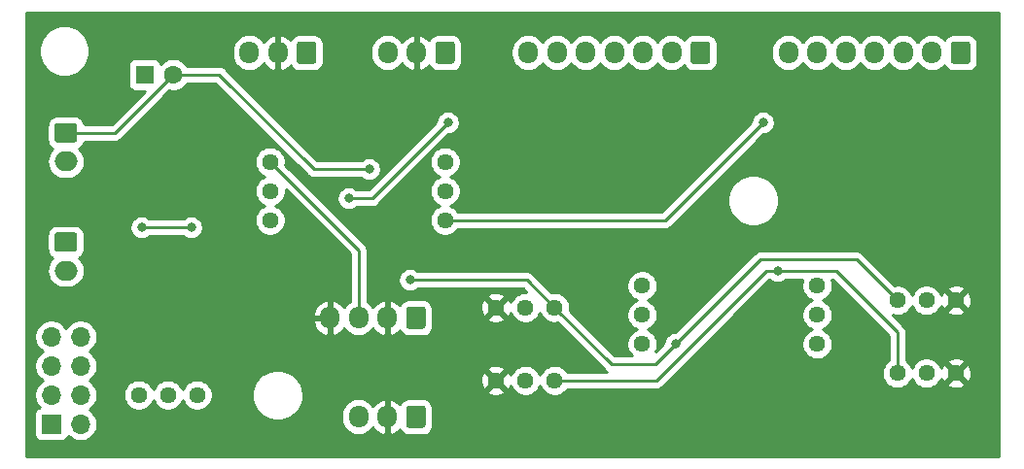
<source format=gbl>
G04 #@! TF.GenerationSoftware,KiCad,Pcbnew,(5.1.6)-1*
G04 #@! TF.CreationDate,2020-12-27T23:26:00+09:00*
G04 #@! TF.ProjectId,VUMeterAmp,56554d65-7465-4724-916d-702e6b696361,rev?*
G04 #@! TF.SameCoordinates,Original*
G04 #@! TF.FileFunction,Copper,L2,Bot*
G04 #@! TF.FilePolarity,Positive*
%FSLAX46Y46*%
G04 Gerber Fmt 4.6, Leading zero omitted, Abs format (unit mm)*
G04 Created by KiCad (PCBNEW (5.1.6)-1) date 2020-12-27 23:26:00*
%MOMM*%
%LPD*%
G01*
G04 APERTURE LIST*
G04 #@! TA.AperFunction,ComponentPad*
%ADD10O,2.000000X1.700000*%
G04 #@! TD*
G04 #@! TA.AperFunction,ComponentPad*
%ADD11O,1.700000X1.950000*%
G04 #@! TD*
G04 #@! TA.AperFunction,ComponentPad*
%ADD12C,1.440000*%
G04 #@! TD*
G04 #@! TA.AperFunction,ComponentPad*
%ADD13O,1.700000X1.700000*%
G04 #@! TD*
G04 #@! TA.AperFunction,ComponentPad*
%ADD14R,1.700000X1.700000*%
G04 #@! TD*
G04 #@! TA.AperFunction,ComponentPad*
%ADD15C,1.600000*%
G04 #@! TD*
G04 #@! TA.AperFunction,ComponentPad*
%ADD16R,1.600000X1.600000*%
G04 #@! TD*
G04 #@! TA.AperFunction,ViaPad*
%ADD17C,0.800000*%
G04 #@! TD*
G04 #@! TA.AperFunction,Conductor*
%ADD18C,0.250000*%
G04 #@! TD*
G04 #@! TA.AperFunction,Conductor*
%ADD19C,0.254000*%
G04 #@! TD*
G04 APERTURE END LIST*
D10*
X104140000Y-113625000D03*
G04 #@! TA.AperFunction,ComponentPad*
G36*
G01*
X103390000Y-110275000D02*
X104890000Y-110275000D01*
G75*
G02*
X105140000Y-110525000I0J-250000D01*
G01*
X105140000Y-111725000D01*
G75*
G02*
X104890000Y-111975000I-250000J0D01*
G01*
X103390000Y-111975000D01*
G75*
G02*
X103140000Y-111725000I0J250000D01*
G01*
X103140000Y-110525000D01*
G75*
G02*
X103390000Y-110275000I250000J0D01*
G01*
G37*
G04 #@! TD.AperFunction*
X104140000Y-123150000D03*
G04 #@! TA.AperFunction,ComponentPad*
G36*
G01*
X103390000Y-119800000D02*
X104890000Y-119800000D01*
G75*
G02*
X105140000Y-120050000I0J-250000D01*
G01*
X105140000Y-121250000D01*
G75*
G02*
X104890000Y-121500000I-250000J0D01*
G01*
X103390000Y-121500000D01*
G75*
G02*
X103140000Y-121250000I0J250000D01*
G01*
X103140000Y-120050000D01*
G75*
G02*
X103390000Y-119800000I250000J0D01*
G01*
G37*
G04 #@! TD.AperFunction*
D11*
X127120000Y-127254000D03*
X129620000Y-127254000D03*
X132120000Y-127254000D03*
G04 #@! TA.AperFunction,ComponentPad*
G36*
G01*
X135470000Y-126529000D02*
X135470000Y-127979000D01*
G75*
G02*
X135220000Y-128229000I-250000J0D01*
G01*
X134020000Y-128229000D01*
G75*
G02*
X133770000Y-127979000I0J250000D01*
G01*
X133770000Y-126529000D01*
G75*
G02*
X134020000Y-126279000I250000J0D01*
G01*
X135220000Y-126279000D01*
G75*
G02*
X135470000Y-126529000I0J-250000D01*
G01*
G37*
G04 #@! TD.AperFunction*
D12*
X110490000Y-133985000D03*
X113030000Y-133985000D03*
X115570000Y-133985000D03*
X154305000Y-129540000D03*
X154305000Y-127000000D03*
X154305000Y-124460000D03*
X169545000Y-129540000D03*
X169545000Y-127000000D03*
X169545000Y-124460000D03*
X141605000Y-132715000D03*
X144145000Y-132715000D03*
X146685000Y-132715000D03*
X141605000Y-126365000D03*
X144145000Y-126365000D03*
X146685000Y-126365000D03*
X121920000Y-118745000D03*
X121920000Y-116205000D03*
X121920000Y-113665000D03*
X137160000Y-118745000D03*
X137160000Y-116205000D03*
X137160000Y-113665000D03*
X181610000Y-132080000D03*
X179070000Y-132080000D03*
X176530000Y-132080000D03*
X181610000Y-125730000D03*
X179070000Y-125730000D03*
X176530000Y-125730000D03*
D13*
X105410000Y-128905000D03*
X102870000Y-128905000D03*
X105410000Y-131445000D03*
X102870000Y-131445000D03*
X105410000Y-133985000D03*
X102870000Y-133985000D03*
X105410000Y-136525000D03*
D14*
X102870000Y-136525000D03*
D11*
X129620000Y-135890000D03*
X132120000Y-135890000D03*
G04 #@! TA.AperFunction,ComponentPad*
G36*
G01*
X135470000Y-135165000D02*
X135470000Y-136615000D01*
G75*
G02*
X135220000Y-136865000I-250000J0D01*
G01*
X134020000Y-136865000D01*
G75*
G02*
X133770000Y-136615000I0J250000D01*
G01*
X133770000Y-135165000D01*
G75*
G02*
X134020000Y-134915000I250000J0D01*
G01*
X135220000Y-134915000D01*
G75*
G02*
X135470000Y-135165000I0J-250000D01*
G01*
G37*
G04 #@! TD.AperFunction*
X144385000Y-104140000D03*
X146885000Y-104140000D03*
X149385000Y-104140000D03*
X151885000Y-104140000D03*
X154385000Y-104140000D03*
X156885000Y-104140000D03*
G04 #@! TA.AperFunction,ComponentPad*
G36*
G01*
X160235000Y-103415000D02*
X160235000Y-104865000D01*
G75*
G02*
X159985000Y-105115000I-250000J0D01*
G01*
X158785000Y-105115000D01*
G75*
G02*
X158535000Y-104865000I0J250000D01*
G01*
X158535000Y-103415000D01*
G75*
G02*
X158785000Y-103165000I250000J0D01*
G01*
X159985000Y-103165000D01*
G75*
G02*
X160235000Y-103415000I0J-250000D01*
G01*
G37*
G04 #@! TD.AperFunction*
X167045000Y-104140000D03*
X169545000Y-104140000D03*
X172045000Y-104140000D03*
X174545000Y-104140000D03*
X177045000Y-104140000D03*
X179545000Y-104140000D03*
G04 #@! TA.AperFunction,ComponentPad*
G36*
G01*
X182895000Y-103415000D02*
X182895000Y-104865000D01*
G75*
G02*
X182645000Y-105115000I-250000J0D01*
G01*
X181445000Y-105115000D01*
G75*
G02*
X181195000Y-104865000I0J250000D01*
G01*
X181195000Y-103415000D01*
G75*
G02*
X181445000Y-103165000I250000J0D01*
G01*
X182645000Y-103165000D01*
G75*
G02*
X182895000Y-103415000I0J-250000D01*
G01*
G37*
G04 #@! TD.AperFunction*
X132160000Y-104140000D03*
X134660000Y-104140000D03*
G04 #@! TA.AperFunction,ComponentPad*
G36*
G01*
X138010000Y-103415000D02*
X138010000Y-104865000D01*
G75*
G02*
X137760000Y-105115000I-250000J0D01*
G01*
X136560000Y-105115000D01*
G75*
G02*
X136310000Y-104865000I0J250000D01*
G01*
X136310000Y-103415000D01*
G75*
G02*
X136560000Y-103165000I250000J0D01*
G01*
X137760000Y-103165000D01*
G75*
G02*
X138010000Y-103415000I0J-250000D01*
G01*
G37*
G04 #@! TD.AperFunction*
X120095000Y-104140000D03*
X122595000Y-104140000D03*
G04 #@! TA.AperFunction,ComponentPad*
G36*
G01*
X125945000Y-103415000D02*
X125945000Y-104865000D01*
G75*
G02*
X125695000Y-105115000I-250000J0D01*
G01*
X124495000Y-105115000D01*
G75*
G02*
X124245000Y-104865000I0J250000D01*
G01*
X124245000Y-103415000D01*
G75*
G02*
X124495000Y-103165000I250000J0D01*
G01*
X125695000Y-103165000D01*
G75*
G02*
X125945000Y-103415000I0J-250000D01*
G01*
G37*
G04 #@! TD.AperFunction*
D15*
X113500000Y-106045000D03*
D16*
X111000000Y-106045000D03*
D17*
X132080000Y-137795000D03*
X132143500Y-129222500D03*
X127127000Y-129222500D03*
X119570500Y-124841000D03*
X115443000Y-129603500D03*
X108077000Y-122809000D03*
X115570000Y-122999500D03*
X129032000Y-118999000D03*
X132334000Y-122110500D03*
X126746000Y-110363000D03*
X123444000Y-110045500D03*
X122555000Y-106045000D03*
X128587500Y-104330500D03*
X134683500Y-105981500D03*
X130619500Y-110363000D03*
X142367000Y-135064500D03*
X154305000Y-135509000D03*
X145986500Y-123634500D03*
X142367000Y-121094500D03*
X147955000Y-106299000D03*
X150495000Y-106299000D03*
X153035000Y-106299000D03*
X155575000Y-106299000D03*
X158115000Y-106362500D03*
X147955000Y-116459000D03*
X153035000Y-116459000D03*
X150495000Y-116459000D03*
X155575000Y-116459000D03*
X159385000Y-117919500D03*
X170815000Y-106172000D03*
X173355000Y-106172000D03*
X175895000Y-106172000D03*
X178435000Y-106172000D03*
X180975000Y-106172000D03*
X170815000Y-116459000D03*
X173355000Y-116459000D03*
X175895000Y-116459000D03*
X178435000Y-116459000D03*
X180975000Y-116459000D03*
X177355500Y-120459500D03*
X160782000Y-133540500D03*
X163385500Y-133540500D03*
X162941000Y-121729500D03*
X175831500Y-135953500D03*
X165100000Y-138684000D03*
X105981500Y-119126000D03*
X101000000Y-110000000D03*
X110000000Y-138500000D03*
X120000000Y-138500000D03*
X130000000Y-138500000D03*
X180000000Y-138500000D03*
X184500000Y-130000000D03*
X184500000Y-120000000D03*
X184500000Y-110000000D03*
X110000000Y-101500000D03*
X120000000Y-101500000D03*
X140000000Y-101500000D03*
X150000000Y-101500000D03*
X160000000Y-101500000D03*
X170000000Y-101500000D03*
X180000000Y-101500000D03*
X152654000Y-125730000D03*
X141478000Y-111760000D03*
X125222000Y-119634000D03*
X146812000Y-120396000D03*
X169672000Y-120904000D03*
X173228000Y-129032000D03*
X150876000Y-128524000D03*
X116332000Y-107696000D03*
X116332000Y-104648000D03*
X107950000Y-112522000D03*
X107950000Y-109728000D03*
X110744000Y-119380000D03*
X115062000Y-119380000D03*
X130556000Y-114300000D03*
X166116000Y-123190000D03*
X134112000Y-123952000D03*
X157226000Y-129540000D03*
X164846000Y-110236000D03*
X128778000Y-116840000D03*
X137414000Y-110236000D03*
D18*
X108420000Y-111125000D02*
X113500000Y-106045000D01*
X104140000Y-111125000D02*
X108420000Y-111125000D01*
X110744000Y-119380000D02*
X115062000Y-119380000D01*
X146685000Y-132715000D02*
X155575000Y-132715000D01*
X155575000Y-132715000D02*
X162560000Y-125730000D01*
X162560000Y-125730000D02*
X163830000Y-124460000D01*
X163830000Y-124460000D02*
X165100000Y-123190000D01*
X165100000Y-123190000D02*
X166116000Y-123190000D01*
X166116000Y-123190000D02*
X171196000Y-123190000D01*
X176530000Y-128524000D02*
X176530000Y-132080000D01*
X171196000Y-123190000D02*
X176530000Y-128524000D01*
X117475000Y-106045000D02*
X113500000Y-106045000D01*
X130556000Y-114300000D02*
X125730000Y-114300000D01*
X125730000Y-114300000D02*
X117475000Y-106045000D01*
X144272000Y-123952000D02*
X146685000Y-126365000D01*
X134112000Y-123952000D02*
X144272000Y-123952000D01*
X176530000Y-125730000D02*
X172974000Y-122174000D01*
X164592000Y-122174000D02*
X157226000Y-129540000D01*
X172974000Y-122174000D02*
X164592000Y-122174000D01*
X155448000Y-131318000D02*
X157226000Y-129540000D01*
X146685000Y-126365000D02*
X151638000Y-131318000D01*
X151638000Y-131318000D02*
X155448000Y-131318000D01*
X137160000Y-118745000D02*
X156337000Y-118745000D01*
X156337000Y-118745000D02*
X164846000Y-110236000D01*
X128778000Y-116840000D02*
X130810000Y-116840000D01*
X130810000Y-116840000D02*
X137414000Y-110236000D01*
X129620000Y-121365000D02*
X129620000Y-127254000D01*
X121920000Y-113665000D02*
X129620000Y-121365000D01*
D19*
G36*
X185340001Y-139340000D02*
G01*
X100660000Y-139340000D01*
X100660000Y-135675000D01*
X101381928Y-135675000D01*
X101381928Y-137375000D01*
X101394188Y-137499482D01*
X101430498Y-137619180D01*
X101489463Y-137729494D01*
X101568815Y-137826185D01*
X101665506Y-137905537D01*
X101775820Y-137964502D01*
X101895518Y-138000812D01*
X102020000Y-138013072D01*
X103720000Y-138013072D01*
X103844482Y-138000812D01*
X103964180Y-137964502D01*
X104074494Y-137905537D01*
X104171185Y-137826185D01*
X104250537Y-137729494D01*
X104309502Y-137619180D01*
X104331513Y-137546620D01*
X104463368Y-137678475D01*
X104706589Y-137840990D01*
X104976842Y-137952932D01*
X105263740Y-138010000D01*
X105556260Y-138010000D01*
X105843158Y-137952932D01*
X106113411Y-137840990D01*
X106356632Y-137678475D01*
X106563475Y-137471632D01*
X106725990Y-137228411D01*
X106837932Y-136958158D01*
X106895000Y-136671260D01*
X106895000Y-136378740D01*
X106837932Y-136091842D01*
X106725990Y-135821589D01*
X106563475Y-135578368D01*
X106356632Y-135371525D01*
X106182240Y-135255000D01*
X106356632Y-135138475D01*
X106563475Y-134931632D01*
X106725990Y-134688411D01*
X106837932Y-134418158D01*
X106895000Y-134131260D01*
X106895000Y-133851544D01*
X109135000Y-133851544D01*
X109135000Y-134118456D01*
X109187072Y-134380239D01*
X109289215Y-134626833D01*
X109437503Y-134848762D01*
X109626238Y-135037497D01*
X109848167Y-135185785D01*
X110094761Y-135287928D01*
X110356544Y-135340000D01*
X110623456Y-135340000D01*
X110885239Y-135287928D01*
X111131833Y-135185785D01*
X111353762Y-135037497D01*
X111542497Y-134848762D01*
X111690785Y-134626833D01*
X111760000Y-134459734D01*
X111829215Y-134626833D01*
X111977503Y-134848762D01*
X112166238Y-135037497D01*
X112388167Y-135185785D01*
X112634761Y-135287928D01*
X112896544Y-135340000D01*
X113163456Y-135340000D01*
X113425239Y-135287928D01*
X113671833Y-135185785D01*
X113893762Y-135037497D01*
X114082497Y-134848762D01*
X114230785Y-134626833D01*
X114300000Y-134459734D01*
X114369215Y-134626833D01*
X114517503Y-134848762D01*
X114706238Y-135037497D01*
X114928167Y-135185785D01*
X115174761Y-135287928D01*
X115436544Y-135340000D01*
X115703456Y-135340000D01*
X115965239Y-135287928D01*
X116211833Y-135185785D01*
X116433762Y-135037497D01*
X116622497Y-134848762D01*
X116770785Y-134626833D01*
X116872928Y-134380239D01*
X116925000Y-134118456D01*
X116925000Y-133851544D01*
X116910744Y-133779872D01*
X120320000Y-133779872D01*
X120320000Y-134220128D01*
X120405890Y-134651925D01*
X120574369Y-135058669D01*
X120818962Y-135424729D01*
X121130271Y-135736038D01*
X121496331Y-135980631D01*
X121903075Y-136149110D01*
X122334872Y-136235000D01*
X122775128Y-136235000D01*
X123206925Y-136149110D01*
X123613669Y-135980631D01*
X123979729Y-135736038D01*
X124023717Y-135692050D01*
X128135000Y-135692050D01*
X128135000Y-136087949D01*
X128156487Y-136306110D01*
X128241401Y-136586033D01*
X128379294Y-136844013D01*
X128564866Y-137070134D01*
X128790986Y-137255706D01*
X129048966Y-137393599D01*
X129328889Y-137478513D01*
X129620000Y-137507185D01*
X129911110Y-137478513D01*
X130191033Y-137393599D01*
X130449013Y-137255706D01*
X130675134Y-137070134D01*
X130860706Y-136844014D01*
X130874462Y-136818278D01*
X131030951Y-137024429D01*
X131248807Y-137217496D01*
X131500142Y-137364352D01*
X131763110Y-137456476D01*
X131993000Y-137335155D01*
X131993000Y-136017000D01*
X131973000Y-136017000D01*
X131973000Y-135763000D01*
X131993000Y-135763000D01*
X131993000Y-134444845D01*
X132247000Y-134444845D01*
X132247000Y-135763000D01*
X132267000Y-135763000D01*
X132267000Y-136017000D01*
X132247000Y-136017000D01*
X132247000Y-137335155D01*
X132476890Y-137456476D01*
X132739858Y-137364352D01*
X132991193Y-137217496D01*
X133209049Y-137024429D01*
X133225286Y-137003039D01*
X133281595Y-137108386D01*
X133392038Y-137242962D01*
X133526614Y-137353405D01*
X133680150Y-137435472D01*
X133846746Y-137486008D01*
X134020000Y-137503072D01*
X135220000Y-137503072D01*
X135393254Y-137486008D01*
X135559850Y-137435472D01*
X135713386Y-137353405D01*
X135847962Y-137242962D01*
X135958405Y-137108386D01*
X136040472Y-136954850D01*
X136091008Y-136788254D01*
X136108072Y-136615000D01*
X136108072Y-135165000D01*
X136091008Y-134991746D01*
X136040472Y-134825150D01*
X135958405Y-134671614D01*
X135847962Y-134537038D01*
X135713386Y-134426595D01*
X135559850Y-134344528D01*
X135393254Y-134293992D01*
X135220000Y-134276928D01*
X134020000Y-134276928D01*
X133846746Y-134293992D01*
X133680150Y-134344528D01*
X133526614Y-134426595D01*
X133392038Y-134537038D01*
X133281595Y-134671614D01*
X133225286Y-134776961D01*
X133209049Y-134755571D01*
X132991193Y-134562504D01*
X132739858Y-134415648D01*
X132476890Y-134323524D01*
X132247000Y-134444845D01*
X131993000Y-134444845D01*
X131763110Y-134323524D01*
X131500142Y-134415648D01*
X131248807Y-134562504D01*
X131030951Y-134755571D01*
X130874462Y-134961722D01*
X130860706Y-134935986D01*
X130675134Y-134709866D01*
X130449014Y-134524294D01*
X130191034Y-134386401D01*
X129911111Y-134301487D01*
X129620000Y-134272815D01*
X129328890Y-134301487D01*
X129048967Y-134386401D01*
X128790987Y-134524294D01*
X128564866Y-134709866D01*
X128379294Y-134935986D01*
X128241401Y-135193966D01*
X128156487Y-135473889D01*
X128135000Y-135692050D01*
X124023717Y-135692050D01*
X124291038Y-135424729D01*
X124535631Y-135058669D01*
X124704110Y-134651925D01*
X124790000Y-134220128D01*
X124790000Y-133779872D01*
X124764279Y-133650560D01*
X140849045Y-133650560D01*
X140910932Y-133886368D01*
X141152790Y-133999266D01*
X141412027Y-134062811D01*
X141678680Y-134074561D01*
X141942501Y-134034063D01*
X142193353Y-133942875D01*
X142299068Y-133886368D01*
X142360955Y-133650560D01*
X141605000Y-132894605D01*
X140849045Y-133650560D01*
X124764279Y-133650560D01*
X124704110Y-133348075D01*
X124535631Y-132941331D01*
X124433634Y-132788680D01*
X140245439Y-132788680D01*
X140285937Y-133052501D01*
X140377125Y-133303353D01*
X140433632Y-133409068D01*
X140669440Y-133470955D01*
X141425395Y-132715000D01*
X140669440Y-131959045D01*
X140433632Y-132020932D01*
X140320734Y-132262790D01*
X140257189Y-132522027D01*
X140245439Y-132788680D01*
X124433634Y-132788680D01*
X124291038Y-132575271D01*
X123979729Y-132263962D01*
X123613669Y-132019369D01*
X123206925Y-131850890D01*
X122847723Y-131779440D01*
X140849045Y-131779440D01*
X141605000Y-132535395D01*
X142360955Y-131779440D01*
X142299068Y-131543632D01*
X142057210Y-131430734D01*
X141797973Y-131367189D01*
X141531320Y-131355439D01*
X141267499Y-131395937D01*
X141016647Y-131487125D01*
X140910932Y-131543632D01*
X140849045Y-131779440D01*
X122847723Y-131779440D01*
X122775128Y-131765000D01*
X122334872Y-131765000D01*
X121903075Y-131850890D01*
X121496331Y-132019369D01*
X121130271Y-132263962D01*
X120818962Y-132575271D01*
X120574369Y-132941331D01*
X120405890Y-133348075D01*
X120320000Y-133779872D01*
X116910744Y-133779872D01*
X116872928Y-133589761D01*
X116770785Y-133343167D01*
X116622497Y-133121238D01*
X116433762Y-132932503D01*
X116211833Y-132784215D01*
X115965239Y-132682072D01*
X115703456Y-132630000D01*
X115436544Y-132630000D01*
X115174761Y-132682072D01*
X114928167Y-132784215D01*
X114706238Y-132932503D01*
X114517503Y-133121238D01*
X114369215Y-133343167D01*
X114300000Y-133510266D01*
X114230785Y-133343167D01*
X114082497Y-133121238D01*
X113893762Y-132932503D01*
X113671833Y-132784215D01*
X113425239Y-132682072D01*
X113163456Y-132630000D01*
X112896544Y-132630000D01*
X112634761Y-132682072D01*
X112388167Y-132784215D01*
X112166238Y-132932503D01*
X111977503Y-133121238D01*
X111829215Y-133343167D01*
X111760000Y-133510266D01*
X111690785Y-133343167D01*
X111542497Y-133121238D01*
X111353762Y-132932503D01*
X111131833Y-132784215D01*
X110885239Y-132682072D01*
X110623456Y-132630000D01*
X110356544Y-132630000D01*
X110094761Y-132682072D01*
X109848167Y-132784215D01*
X109626238Y-132932503D01*
X109437503Y-133121238D01*
X109289215Y-133343167D01*
X109187072Y-133589761D01*
X109135000Y-133851544D01*
X106895000Y-133851544D01*
X106895000Y-133838740D01*
X106837932Y-133551842D01*
X106725990Y-133281589D01*
X106563475Y-133038368D01*
X106356632Y-132831525D01*
X106182240Y-132715000D01*
X106356632Y-132598475D01*
X106563475Y-132391632D01*
X106725990Y-132148411D01*
X106837932Y-131878158D01*
X106895000Y-131591260D01*
X106895000Y-131298740D01*
X106837932Y-131011842D01*
X106725990Y-130741589D01*
X106563475Y-130498368D01*
X106356632Y-130291525D01*
X106182240Y-130175000D01*
X106356632Y-130058475D01*
X106563475Y-129851632D01*
X106725990Y-129608411D01*
X106837932Y-129338158D01*
X106895000Y-129051260D01*
X106895000Y-128758740D01*
X106837932Y-128471842D01*
X106725990Y-128201589D01*
X106563475Y-127958368D01*
X106356632Y-127751525D01*
X106149715Y-127613267D01*
X125653680Y-127613267D01*
X125727558Y-127894830D01*
X125854947Y-128156570D01*
X126030951Y-128388429D01*
X126248807Y-128581496D01*
X126500142Y-128728352D01*
X126763110Y-128820476D01*
X126993000Y-128699155D01*
X126993000Y-127381000D01*
X125793835Y-127381000D01*
X125653680Y-127613267D01*
X106149715Y-127613267D01*
X106113411Y-127589010D01*
X105843158Y-127477068D01*
X105556260Y-127420000D01*
X105263740Y-127420000D01*
X104976842Y-127477068D01*
X104706589Y-127589010D01*
X104463368Y-127751525D01*
X104256525Y-127958368D01*
X104140000Y-128132760D01*
X104023475Y-127958368D01*
X103816632Y-127751525D01*
X103573411Y-127589010D01*
X103303158Y-127477068D01*
X103016260Y-127420000D01*
X102723740Y-127420000D01*
X102436842Y-127477068D01*
X102166589Y-127589010D01*
X101923368Y-127751525D01*
X101716525Y-127958368D01*
X101554010Y-128201589D01*
X101442068Y-128471842D01*
X101385000Y-128758740D01*
X101385000Y-129051260D01*
X101442068Y-129338158D01*
X101554010Y-129608411D01*
X101716525Y-129851632D01*
X101923368Y-130058475D01*
X102097760Y-130175000D01*
X101923368Y-130291525D01*
X101716525Y-130498368D01*
X101554010Y-130741589D01*
X101442068Y-131011842D01*
X101385000Y-131298740D01*
X101385000Y-131591260D01*
X101442068Y-131878158D01*
X101554010Y-132148411D01*
X101716525Y-132391632D01*
X101923368Y-132598475D01*
X102097760Y-132715000D01*
X101923368Y-132831525D01*
X101716525Y-133038368D01*
X101554010Y-133281589D01*
X101442068Y-133551842D01*
X101385000Y-133838740D01*
X101385000Y-134131260D01*
X101442068Y-134418158D01*
X101554010Y-134688411D01*
X101716525Y-134931632D01*
X101848380Y-135063487D01*
X101775820Y-135085498D01*
X101665506Y-135144463D01*
X101568815Y-135223815D01*
X101489463Y-135320506D01*
X101430498Y-135430820D01*
X101394188Y-135550518D01*
X101381928Y-135675000D01*
X100660000Y-135675000D01*
X100660000Y-126894733D01*
X125653680Y-126894733D01*
X125793835Y-127127000D01*
X126993000Y-127127000D01*
X126993000Y-125808845D01*
X126763110Y-125687524D01*
X126500142Y-125779648D01*
X126248807Y-125926504D01*
X126030951Y-126119571D01*
X125854947Y-126351430D01*
X125727558Y-126613170D01*
X125653680Y-126894733D01*
X100660000Y-126894733D01*
X100660000Y-123150000D01*
X102497815Y-123150000D01*
X102526487Y-123441111D01*
X102611401Y-123721034D01*
X102749294Y-123979014D01*
X102934866Y-124205134D01*
X103160986Y-124390706D01*
X103418966Y-124528599D01*
X103698889Y-124613513D01*
X103917050Y-124635000D01*
X104362950Y-124635000D01*
X104581111Y-124613513D01*
X104861034Y-124528599D01*
X105119014Y-124390706D01*
X105345134Y-124205134D01*
X105530706Y-123979014D01*
X105668599Y-123721034D01*
X105753513Y-123441111D01*
X105782185Y-123150000D01*
X105753513Y-122858889D01*
X105668599Y-122578966D01*
X105530706Y-122320986D01*
X105345134Y-122094866D01*
X105281663Y-122042777D01*
X105383386Y-121988405D01*
X105517962Y-121877962D01*
X105628405Y-121743386D01*
X105710472Y-121589850D01*
X105761008Y-121423254D01*
X105778072Y-121250000D01*
X105778072Y-120050000D01*
X105761008Y-119876746D01*
X105710472Y-119710150D01*
X105628405Y-119556614D01*
X105517962Y-119422038D01*
X105383386Y-119311595D01*
X105320649Y-119278061D01*
X109709000Y-119278061D01*
X109709000Y-119481939D01*
X109748774Y-119681898D01*
X109826795Y-119870256D01*
X109940063Y-120039774D01*
X110084226Y-120183937D01*
X110253744Y-120297205D01*
X110442102Y-120375226D01*
X110642061Y-120415000D01*
X110845939Y-120415000D01*
X111045898Y-120375226D01*
X111234256Y-120297205D01*
X111403774Y-120183937D01*
X111447711Y-120140000D01*
X114358289Y-120140000D01*
X114402226Y-120183937D01*
X114571744Y-120297205D01*
X114760102Y-120375226D01*
X114960061Y-120415000D01*
X115163939Y-120415000D01*
X115363898Y-120375226D01*
X115552256Y-120297205D01*
X115721774Y-120183937D01*
X115865937Y-120039774D01*
X115979205Y-119870256D01*
X116057226Y-119681898D01*
X116097000Y-119481939D01*
X116097000Y-119278061D01*
X116057226Y-119078102D01*
X115979205Y-118889744D01*
X115865937Y-118720226D01*
X115721774Y-118576063D01*
X115552256Y-118462795D01*
X115363898Y-118384774D01*
X115163939Y-118345000D01*
X114960061Y-118345000D01*
X114760102Y-118384774D01*
X114571744Y-118462795D01*
X114402226Y-118576063D01*
X114358289Y-118620000D01*
X111447711Y-118620000D01*
X111403774Y-118576063D01*
X111234256Y-118462795D01*
X111045898Y-118384774D01*
X110845939Y-118345000D01*
X110642061Y-118345000D01*
X110442102Y-118384774D01*
X110253744Y-118462795D01*
X110084226Y-118576063D01*
X109940063Y-118720226D01*
X109826795Y-118889744D01*
X109748774Y-119078102D01*
X109709000Y-119278061D01*
X105320649Y-119278061D01*
X105229850Y-119229528D01*
X105063254Y-119178992D01*
X104890000Y-119161928D01*
X103390000Y-119161928D01*
X103216746Y-119178992D01*
X103050150Y-119229528D01*
X102896614Y-119311595D01*
X102762038Y-119422038D01*
X102651595Y-119556614D01*
X102569528Y-119710150D01*
X102518992Y-119876746D01*
X102501928Y-120050000D01*
X102501928Y-121250000D01*
X102518992Y-121423254D01*
X102569528Y-121589850D01*
X102651595Y-121743386D01*
X102762038Y-121877962D01*
X102896614Y-121988405D01*
X102998337Y-122042777D01*
X102934866Y-122094866D01*
X102749294Y-122320986D01*
X102611401Y-122578966D01*
X102526487Y-122858889D01*
X102497815Y-123150000D01*
X100660000Y-123150000D01*
X100660000Y-113625000D01*
X102497815Y-113625000D01*
X102526487Y-113916111D01*
X102611401Y-114196034D01*
X102749294Y-114454014D01*
X102934866Y-114680134D01*
X103160986Y-114865706D01*
X103418966Y-115003599D01*
X103698889Y-115088513D01*
X103917050Y-115110000D01*
X104362950Y-115110000D01*
X104581111Y-115088513D01*
X104861034Y-115003599D01*
X105119014Y-114865706D01*
X105345134Y-114680134D01*
X105530706Y-114454014D01*
X105668599Y-114196034D01*
X105753513Y-113916111D01*
X105782185Y-113625000D01*
X105772981Y-113531544D01*
X120565000Y-113531544D01*
X120565000Y-113798456D01*
X120617072Y-114060239D01*
X120719215Y-114306833D01*
X120867503Y-114528762D01*
X121056238Y-114717497D01*
X121278167Y-114865785D01*
X121445266Y-114935000D01*
X121278167Y-115004215D01*
X121056238Y-115152503D01*
X120867503Y-115341238D01*
X120719215Y-115563167D01*
X120617072Y-115809761D01*
X120565000Y-116071544D01*
X120565000Y-116338456D01*
X120617072Y-116600239D01*
X120719215Y-116846833D01*
X120867503Y-117068762D01*
X121056238Y-117257497D01*
X121278167Y-117405785D01*
X121445266Y-117475000D01*
X121278167Y-117544215D01*
X121056238Y-117692503D01*
X120867503Y-117881238D01*
X120719215Y-118103167D01*
X120617072Y-118349761D01*
X120565000Y-118611544D01*
X120565000Y-118878456D01*
X120617072Y-119140239D01*
X120719215Y-119386833D01*
X120867503Y-119608762D01*
X121056238Y-119797497D01*
X121278167Y-119945785D01*
X121524761Y-120047928D01*
X121786544Y-120100000D01*
X122053456Y-120100000D01*
X122315239Y-120047928D01*
X122561833Y-119945785D01*
X122783762Y-119797497D01*
X122972497Y-119608762D01*
X123120785Y-119386833D01*
X123222928Y-119140239D01*
X123275000Y-118878456D01*
X123275000Y-118611544D01*
X123222928Y-118349761D01*
X123120785Y-118103167D01*
X122972497Y-117881238D01*
X122783762Y-117692503D01*
X122561833Y-117544215D01*
X122394734Y-117475000D01*
X122561833Y-117405785D01*
X122783762Y-117257497D01*
X122972497Y-117068762D01*
X123120785Y-116846833D01*
X123222928Y-116600239D01*
X123275000Y-116338456D01*
X123275000Y-116094801D01*
X128860000Y-121679803D01*
X128860001Y-125851405D01*
X128790987Y-125888294D01*
X128564866Y-126073866D01*
X128379294Y-126299986D01*
X128365538Y-126325722D01*
X128209049Y-126119571D01*
X127991193Y-125926504D01*
X127739858Y-125779648D01*
X127476890Y-125687524D01*
X127247000Y-125808845D01*
X127247000Y-127127000D01*
X127267000Y-127127000D01*
X127267000Y-127381000D01*
X127247000Y-127381000D01*
X127247000Y-128699155D01*
X127476890Y-128820476D01*
X127739858Y-128728352D01*
X127991193Y-128581496D01*
X128209049Y-128388429D01*
X128365538Y-128182278D01*
X128379294Y-128208013D01*
X128564866Y-128434134D01*
X128790986Y-128619706D01*
X129048966Y-128757599D01*
X129328889Y-128842513D01*
X129620000Y-128871185D01*
X129911110Y-128842513D01*
X130191033Y-128757599D01*
X130449013Y-128619706D01*
X130675134Y-128434134D01*
X130860706Y-128208014D01*
X130874462Y-128182278D01*
X131030951Y-128388429D01*
X131248807Y-128581496D01*
X131500142Y-128728352D01*
X131763110Y-128820476D01*
X131993000Y-128699155D01*
X131993000Y-127381000D01*
X131973000Y-127381000D01*
X131973000Y-127127000D01*
X131993000Y-127127000D01*
X131993000Y-125808845D01*
X132247000Y-125808845D01*
X132247000Y-127127000D01*
X132267000Y-127127000D01*
X132267000Y-127381000D01*
X132247000Y-127381000D01*
X132247000Y-128699155D01*
X132476890Y-128820476D01*
X132739858Y-128728352D01*
X132991193Y-128581496D01*
X133209049Y-128388429D01*
X133225286Y-128367039D01*
X133281595Y-128472386D01*
X133392038Y-128606962D01*
X133526614Y-128717405D01*
X133680150Y-128799472D01*
X133846746Y-128850008D01*
X134020000Y-128867072D01*
X135220000Y-128867072D01*
X135393254Y-128850008D01*
X135559850Y-128799472D01*
X135713386Y-128717405D01*
X135847962Y-128606962D01*
X135958405Y-128472386D01*
X136040472Y-128318850D01*
X136091008Y-128152254D01*
X136108072Y-127979000D01*
X136108072Y-127300560D01*
X140849045Y-127300560D01*
X140910932Y-127536368D01*
X141152790Y-127649266D01*
X141412027Y-127712811D01*
X141678680Y-127724561D01*
X141942501Y-127684063D01*
X142193353Y-127592875D01*
X142299068Y-127536368D01*
X142360955Y-127300560D01*
X141605000Y-126544605D01*
X140849045Y-127300560D01*
X136108072Y-127300560D01*
X136108072Y-126529000D01*
X136099177Y-126438680D01*
X140245439Y-126438680D01*
X140285937Y-126702501D01*
X140377125Y-126953353D01*
X140433632Y-127059068D01*
X140669440Y-127120955D01*
X141425395Y-126365000D01*
X140669440Y-125609045D01*
X140433632Y-125670932D01*
X140320734Y-125912790D01*
X140257189Y-126172027D01*
X140245439Y-126438680D01*
X136099177Y-126438680D01*
X136091008Y-126355746D01*
X136040472Y-126189150D01*
X135958405Y-126035614D01*
X135847962Y-125901038D01*
X135713386Y-125790595D01*
X135559850Y-125708528D01*
X135393254Y-125657992D01*
X135220000Y-125640928D01*
X134020000Y-125640928D01*
X133846746Y-125657992D01*
X133680150Y-125708528D01*
X133526614Y-125790595D01*
X133392038Y-125901038D01*
X133281595Y-126035614D01*
X133225286Y-126140961D01*
X133209049Y-126119571D01*
X132991193Y-125926504D01*
X132739858Y-125779648D01*
X132476890Y-125687524D01*
X132247000Y-125808845D01*
X131993000Y-125808845D01*
X131763110Y-125687524D01*
X131500142Y-125779648D01*
X131248807Y-125926504D01*
X131030951Y-126119571D01*
X130874462Y-126325722D01*
X130860706Y-126299986D01*
X130675134Y-126073866D01*
X130449014Y-125888294D01*
X130380000Y-125851405D01*
X130380000Y-125429440D01*
X140849045Y-125429440D01*
X141605000Y-126185395D01*
X142360955Y-125429440D01*
X142299068Y-125193632D01*
X142057210Y-125080734D01*
X141797973Y-125017189D01*
X141531320Y-125005439D01*
X141267499Y-125045937D01*
X141016647Y-125137125D01*
X140910932Y-125193632D01*
X140849045Y-125429440D01*
X130380000Y-125429440D01*
X130380000Y-123850061D01*
X133077000Y-123850061D01*
X133077000Y-124053939D01*
X133116774Y-124253898D01*
X133194795Y-124442256D01*
X133308063Y-124611774D01*
X133452226Y-124755937D01*
X133621744Y-124869205D01*
X133810102Y-124947226D01*
X134010061Y-124987000D01*
X134213939Y-124987000D01*
X134413898Y-124947226D01*
X134602256Y-124869205D01*
X134771774Y-124755937D01*
X134815711Y-124712000D01*
X143957199Y-124712000D01*
X144255199Y-125010000D01*
X144011544Y-125010000D01*
X143749761Y-125062072D01*
X143503167Y-125164215D01*
X143281238Y-125312503D01*
X143092503Y-125501238D01*
X142944215Y-125723167D01*
X142874562Y-125891324D01*
X142832875Y-125776647D01*
X142776368Y-125670932D01*
X142540560Y-125609045D01*
X141784605Y-126365000D01*
X142540560Y-127120955D01*
X142776368Y-127059068D01*
X142876764Y-126843993D01*
X142944215Y-127006833D01*
X143092503Y-127228762D01*
X143281238Y-127417497D01*
X143503167Y-127565785D01*
X143749761Y-127667928D01*
X144011544Y-127720000D01*
X144278456Y-127720000D01*
X144540239Y-127667928D01*
X144786833Y-127565785D01*
X145008762Y-127417497D01*
X145197497Y-127228762D01*
X145345785Y-127006833D01*
X145415000Y-126839734D01*
X145484215Y-127006833D01*
X145632503Y-127228762D01*
X145821238Y-127417497D01*
X146043167Y-127565785D01*
X146289761Y-127667928D01*
X146551544Y-127720000D01*
X146818456Y-127720000D01*
X146940853Y-127695654D01*
X151074201Y-131829003D01*
X151097999Y-131858001D01*
X151213724Y-131952974D01*
X151217514Y-131955000D01*
X147806828Y-131955000D01*
X147737497Y-131851238D01*
X147548762Y-131662503D01*
X147326833Y-131514215D01*
X147080239Y-131412072D01*
X146818456Y-131360000D01*
X146551544Y-131360000D01*
X146289761Y-131412072D01*
X146043167Y-131514215D01*
X145821238Y-131662503D01*
X145632503Y-131851238D01*
X145484215Y-132073167D01*
X145415000Y-132240266D01*
X145345785Y-132073167D01*
X145197497Y-131851238D01*
X145008762Y-131662503D01*
X144786833Y-131514215D01*
X144540239Y-131412072D01*
X144278456Y-131360000D01*
X144011544Y-131360000D01*
X143749761Y-131412072D01*
X143503167Y-131514215D01*
X143281238Y-131662503D01*
X143092503Y-131851238D01*
X142944215Y-132073167D01*
X142874562Y-132241324D01*
X142832875Y-132126647D01*
X142776368Y-132020932D01*
X142540560Y-131959045D01*
X141784605Y-132715000D01*
X142540560Y-133470955D01*
X142776368Y-133409068D01*
X142876764Y-133193993D01*
X142944215Y-133356833D01*
X143092503Y-133578762D01*
X143281238Y-133767497D01*
X143503167Y-133915785D01*
X143749761Y-134017928D01*
X144011544Y-134070000D01*
X144278456Y-134070000D01*
X144540239Y-134017928D01*
X144786833Y-133915785D01*
X145008762Y-133767497D01*
X145197497Y-133578762D01*
X145345785Y-133356833D01*
X145415000Y-133189734D01*
X145484215Y-133356833D01*
X145632503Y-133578762D01*
X145821238Y-133767497D01*
X146043167Y-133915785D01*
X146289761Y-134017928D01*
X146551544Y-134070000D01*
X146818456Y-134070000D01*
X147080239Y-134017928D01*
X147326833Y-133915785D01*
X147548762Y-133767497D01*
X147737497Y-133578762D01*
X147806828Y-133475000D01*
X155537678Y-133475000D01*
X155575000Y-133478676D01*
X155612322Y-133475000D01*
X155612333Y-133475000D01*
X155723986Y-133464003D01*
X155867247Y-133420546D01*
X155999276Y-133349974D01*
X156115001Y-133255001D01*
X156138804Y-133225997D01*
X163123799Y-126241003D01*
X163123803Y-126240998D01*
X164393799Y-124971003D01*
X164393803Y-124970998D01*
X165413545Y-123951256D01*
X165456226Y-123993937D01*
X165625744Y-124107205D01*
X165814102Y-124185226D01*
X166014061Y-124225000D01*
X166217939Y-124225000D01*
X166417898Y-124185226D01*
X166606256Y-124107205D01*
X166775774Y-123993937D01*
X166819711Y-123950000D01*
X168289608Y-123950000D01*
X168242072Y-124064761D01*
X168190000Y-124326544D01*
X168190000Y-124593456D01*
X168242072Y-124855239D01*
X168344215Y-125101833D01*
X168492503Y-125323762D01*
X168681238Y-125512497D01*
X168903167Y-125660785D01*
X169070266Y-125730000D01*
X168903167Y-125799215D01*
X168681238Y-125947503D01*
X168492503Y-126136238D01*
X168344215Y-126358167D01*
X168242072Y-126604761D01*
X168190000Y-126866544D01*
X168190000Y-127133456D01*
X168242072Y-127395239D01*
X168344215Y-127641833D01*
X168492503Y-127863762D01*
X168681238Y-128052497D01*
X168903167Y-128200785D01*
X169070266Y-128270000D01*
X168903167Y-128339215D01*
X168681238Y-128487503D01*
X168492503Y-128676238D01*
X168344215Y-128898167D01*
X168242072Y-129144761D01*
X168190000Y-129406544D01*
X168190000Y-129673456D01*
X168242072Y-129935239D01*
X168344215Y-130181833D01*
X168492503Y-130403762D01*
X168681238Y-130592497D01*
X168903167Y-130740785D01*
X169149761Y-130842928D01*
X169411544Y-130895000D01*
X169678456Y-130895000D01*
X169940239Y-130842928D01*
X170186833Y-130740785D01*
X170408762Y-130592497D01*
X170597497Y-130403762D01*
X170745785Y-130181833D01*
X170847928Y-129935239D01*
X170900000Y-129673456D01*
X170900000Y-129406544D01*
X170847928Y-129144761D01*
X170745785Y-128898167D01*
X170597497Y-128676238D01*
X170408762Y-128487503D01*
X170186833Y-128339215D01*
X170019734Y-128270000D01*
X170186833Y-128200785D01*
X170408762Y-128052497D01*
X170597497Y-127863762D01*
X170745785Y-127641833D01*
X170847928Y-127395239D01*
X170900000Y-127133456D01*
X170900000Y-126866544D01*
X170847928Y-126604761D01*
X170745785Y-126358167D01*
X170597497Y-126136238D01*
X170408762Y-125947503D01*
X170186833Y-125799215D01*
X170019734Y-125730000D01*
X170186833Y-125660785D01*
X170408762Y-125512497D01*
X170597497Y-125323762D01*
X170745785Y-125101833D01*
X170847928Y-124855239D01*
X170900000Y-124593456D01*
X170900000Y-124326544D01*
X170847928Y-124064761D01*
X170800392Y-123950000D01*
X170881199Y-123950000D01*
X175770000Y-128838802D01*
X175770001Y-130958171D01*
X175666238Y-131027503D01*
X175477503Y-131216238D01*
X175329215Y-131438167D01*
X175227072Y-131684761D01*
X175175000Y-131946544D01*
X175175000Y-132213456D01*
X175227072Y-132475239D01*
X175329215Y-132721833D01*
X175477503Y-132943762D01*
X175666238Y-133132497D01*
X175888167Y-133280785D01*
X176134761Y-133382928D01*
X176396544Y-133435000D01*
X176663456Y-133435000D01*
X176925239Y-133382928D01*
X177171833Y-133280785D01*
X177393762Y-133132497D01*
X177582497Y-132943762D01*
X177730785Y-132721833D01*
X177800000Y-132554734D01*
X177869215Y-132721833D01*
X178017503Y-132943762D01*
X178206238Y-133132497D01*
X178428167Y-133280785D01*
X178674761Y-133382928D01*
X178936544Y-133435000D01*
X179203456Y-133435000D01*
X179465239Y-133382928D01*
X179711833Y-133280785D01*
X179933762Y-133132497D01*
X180050699Y-133015560D01*
X180854045Y-133015560D01*
X180915932Y-133251368D01*
X181157790Y-133364266D01*
X181417027Y-133427811D01*
X181683680Y-133439561D01*
X181947501Y-133399063D01*
X182198353Y-133307875D01*
X182304068Y-133251368D01*
X182365955Y-133015560D01*
X181610000Y-132259605D01*
X180854045Y-133015560D01*
X180050699Y-133015560D01*
X180122497Y-132943762D01*
X180270785Y-132721833D01*
X180340438Y-132553676D01*
X180382125Y-132668353D01*
X180438632Y-132774068D01*
X180674440Y-132835955D01*
X181430395Y-132080000D01*
X181789605Y-132080000D01*
X182545560Y-132835955D01*
X182781368Y-132774068D01*
X182894266Y-132532210D01*
X182957811Y-132272973D01*
X182969561Y-132006320D01*
X182929063Y-131742499D01*
X182837875Y-131491647D01*
X182781368Y-131385932D01*
X182545560Y-131324045D01*
X181789605Y-132080000D01*
X181430395Y-132080000D01*
X180674440Y-131324045D01*
X180438632Y-131385932D01*
X180338236Y-131601007D01*
X180270785Y-131438167D01*
X180122497Y-131216238D01*
X180050699Y-131144440D01*
X180854045Y-131144440D01*
X181610000Y-131900395D01*
X182365955Y-131144440D01*
X182304068Y-130908632D01*
X182062210Y-130795734D01*
X181802973Y-130732189D01*
X181536320Y-130720439D01*
X181272499Y-130760937D01*
X181021647Y-130852125D01*
X180915932Y-130908632D01*
X180854045Y-131144440D01*
X180050699Y-131144440D01*
X179933762Y-131027503D01*
X179711833Y-130879215D01*
X179465239Y-130777072D01*
X179203456Y-130725000D01*
X178936544Y-130725000D01*
X178674761Y-130777072D01*
X178428167Y-130879215D01*
X178206238Y-131027503D01*
X178017503Y-131216238D01*
X177869215Y-131438167D01*
X177800000Y-131605266D01*
X177730785Y-131438167D01*
X177582497Y-131216238D01*
X177393762Y-131027503D01*
X177290000Y-130958172D01*
X177290000Y-128561322D01*
X177293676Y-128523999D01*
X177290000Y-128486676D01*
X177290000Y-128486667D01*
X177279003Y-128375014D01*
X177235546Y-128231753D01*
X177210556Y-128185000D01*
X177164974Y-128099723D01*
X177093799Y-128012997D01*
X177070001Y-127983999D01*
X177041004Y-127960202D01*
X176098858Y-127018057D01*
X176134761Y-127032928D01*
X176396544Y-127085000D01*
X176663456Y-127085000D01*
X176925239Y-127032928D01*
X177171833Y-126930785D01*
X177393762Y-126782497D01*
X177582497Y-126593762D01*
X177730785Y-126371833D01*
X177800000Y-126204734D01*
X177869215Y-126371833D01*
X178017503Y-126593762D01*
X178206238Y-126782497D01*
X178428167Y-126930785D01*
X178674761Y-127032928D01*
X178936544Y-127085000D01*
X179203456Y-127085000D01*
X179465239Y-127032928D01*
X179711833Y-126930785D01*
X179933762Y-126782497D01*
X180050699Y-126665560D01*
X180854045Y-126665560D01*
X180915932Y-126901368D01*
X181157790Y-127014266D01*
X181417027Y-127077811D01*
X181683680Y-127089561D01*
X181947501Y-127049063D01*
X182198353Y-126957875D01*
X182304068Y-126901368D01*
X182365955Y-126665560D01*
X181610000Y-125909605D01*
X180854045Y-126665560D01*
X180050699Y-126665560D01*
X180122497Y-126593762D01*
X180270785Y-126371833D01*
X180340438Y-126203676D01*
X180382125Y-126318353D01*
X180438632Y-126424068D01*
X180674440Y-126485955D01*
X181430395Y-125730000D01*
X181789605Y-125730000D01*
X182545560Y-126485955D01*
X182781368Y-126424068D01*
X182894266Y-126182210D01*
X182957811Y-125922973D01*
X182969561Y-125656320D01*
X182929063Y-125392499D01*
X182837875Y-125141647D01*
X182781368Y-125035932D01*
X182545560Y-124974045D01*
X181789605Y-125730000D01*
X181430395Y-125730000D01*
X180674440Y-124974045D01*
X180438632Y-125035932D01*
X180338236Y-125251007D01*
X180270785Y-125088167D01*
X180122497Y-124866238D01*
X180050699Y-124794440D01*
X180854045Y-124794440D01*
X181610000Y-125550395D01*
X182365955Y-124794440D01*
X182304068Y-124558632D01*
X182062210Y-124445734D01*
X181802973Y-124382189D01*
X181536320Y-124370439D01*
X181272499Y-124410937D01*
X181021647Y-124502125D01*
X180915932Y-124558632D01*
X180854045Y-124794440D01*
X180050699Y-124794440D01*
X179933762Y-124677503D01*
X179711833Y-124529215D01*
X179465239Y-124427072D01*
X179203456Y-124375000D01*
X178936544Y-124375000D01*
X178674761Y-124427072D01*
X178428167Y-124529215D01*
X178206238Y-124677503D01*
X178017503Y-124866238D01*
X177869215Y-125088167D01*
X177800000Y-125255266D01*
X177730785Y-125088167D01*
X177582497Y-124866238D01*
X177393762Y-124677503D01*
X177171833Y-124529215D01*
X176925239Y-124427072D01*
X176663456Y-124375000D01*
X176396544Y-124375000D01*
X176274149Y-124399346D01*
X173537804Y-121663003D01*
X173514001Y-121633999D01*
X173398276Y-121539026D01*
X173266247Y-121468454D01*
X173122986Y-121424997D01*
X173011333Y-121414000D01*
X173011322Y-121414000D01*
X172974000Y-121410324D01*
X172936678Y-121414000D01*
X164629322Y-121414000D01*
X164591999Y-121410324D01*
X164554676Y-121414000D01*
X164554667Y-121414000D01*
X164443014Y-121424997D01*
X164299753Y-121468454D01*
X164167723Y-121539026D01*
X164084083Y-121607668D01*
X164051999Y-121633999D01*
X164028201Y-121662997D01*
X157186199Y-128505000D01*
X157124061Y-128505000D01*
X156924102Y-128544774D01*
X156735744Y-128622795D01*
X156566226Y-128736063D01*
X156422063Y-128880226D01*
X156308795Y-129049744D01*
X156230774Y-129238102D01*
X156191000Y-129438061D01*
X156191000Y-129500198D01*
X155498575Y-130192624D01*
X155505785Y-130181833D01*
X155607928Y-129935239D01*
X155660000Y-129673456D01*
X155660000Y-129406544D01*
X155607928Y-129144761D01*
X155505785Y-128898167D01*
X155357497Y-128676238D01*
X155168762Y-128487503D01*
X154946833Y-128339215D01*
X154779734Y-128270000D01*
X154946833Y-128200785D01*
X155168762Y-128052497D01*
X155357497Y-127863762D01*
X155505785Y-127641833D01*
X155607928Y-127395239D01*
X155660000Y-127133456D01*
X155660000Y-126866544D01*
X155607928Y-126604761D01*
X155505785Y-126358167D01*
X155357497Y-126136238D01*
X155168762Y-125947503D01*
X154946833Y-125799215D01*
X154779734Y-125730000D01*
X154946833Y-125660785D01*
X155168762Y-125512497D01*
X155357497Y-125323762D01*
X155505785Y-125101833D01*
X155607928Y-124855239D01*
X155660000Y-124593456D01*
X155660000Y-124326544D01*
X155607928Y-124064761D01*
X155505785Y-123818167D01*
X155357497Y-123596238D01*
X155168762Y-123407503D01*
X154946833Y-123259215D01*
X154700239Y-123157072D01*
X154438456Y-123105000D01*
X154171544Y-123105000D01*
X153909761Y-123157072D01*
X153663167Y-123259215D01*
X153441238Y-123407503D01*
X153252503Y-123596238D01*
X153104215Y-123818167D01*
X153002072Y-124064761D01*
X152950000Y-124326544D01*
X152950000Y-124593456D01*
X153002072Y-124855239D01*
X153104215Y-125101833D01*
X153252503Y-125323762D01*
X153441238Y-125512497D01*
X153663167Y-125660785D01*
X153830266Y-125730000D01*
X153663167Y-125799215D01*
X153441238Y-125947503D01*
X153252503Y-126136238D01*
X153104215Y-126358167D01*
X153002072Y-126604761D01*
X152950000Y-126866544D01*
X152950000Y-127133456D01*
X153002072Y-127395239D01*
X153104215Y-127641833D01*
X153252503Y-127863762D01*
X153441238Y-128052497D01*
X153663167Y-128200785D01*
X153830266Y-128270000D01*
X153663167Y-128339215D01*
X153441238Y-128487503D01*
X153252503Y-128676238D01*
X153104215Y-128898167D01*
X153002072Y-129144761D01*
X152950000Y-129406544D01*
X152950000Y-129673456D01*
X153002072Y-129935239D01*
X153104215Y-130181833D01*
X153252503Y-130403762D01*
X153406741Y-130558000D01*
X151952802Y-130558000D01*
X148015654Y-126620853D01*
X148040000Y-126498456D01*
X148040000Y-126231544D01*
X147987928Y-125969761D01*
X147885785Y-125723167D01*
X147737497Y-125501238D01*
X147548762Y-125312503D01*
X147326833Y-125164215D01*
X147080239Y-125062072D01*
X146818456Y-125010000D01*
X146551544Y-125010000D01*
X146429148Y-125034346D01*
X144835804Y-123441003D01*
X144812001Y-123411999D01*
X144696276Y-123317026D01*
X144564247Y-123246454D01*
X144420986Y-123202997D01*
X144309333Y-123192000D01*
X144309322Y-123192000D01*
X144272000Y-123188324D01*
X144234678Y-123192000D01*
X134815711Y-123192000D01*
X134771774Y-123148063D01*
X134602256Y-123034795D01*
X134413898Y-122956774D01*
X134213939Y-122917000D01*
X134010061Y-122917000D01*
X133810102Y-122956774D01*
X133621744Y-123034795D01*
X133452226Y-123148063D01*
X133308063Y-123292226D01*
X133194795Y-123461744D01*
X133116774Y-123650102D01*
X133077000Y-123850061D01*
X130380000Y-123850061D01*
X130380000Y-121402322D01*
X130383676Y-121364999D01*
X130380000Y-121327676D01*
X130380000Y-121327667D01*
X130369003Y-121216014D01*
X130325546Y-121072753D01*
X130254974Y-120940724D01*
X130241811Y-120924685D01*
X130183799Y-120853996D01*
X130183795Y-120853992D01*
X130160001Y-120824999D01*
X130131009Y-120801206D01*
X126067863Y-116738061D01*
X127743000Y-116738061D01*
X127743000Y-116941939D01*
X127782774Y-117141898D01*
X127860795Y-117330256D01*
X127974063Y-117499774D01*
X128118226Y-117643937D01*
X128287744Y-117757205D01*
X128476102Y-117835226D01*
X128676061Y-117875000D01*
X128879939Y-117875000D01*
X129079898Y-117835226D01*
X129268256Y-117757205D01*
X129437774Y-117643937D01*
X129481711Y-117600000D01*
X130772678Y-117600000D01*
X130810000Y-117603676D01*
X130847322Y-117600000D01*
X130847333Y-117600000D01*
X130958986Y-117589003D01*
X131102247Y-117545546D01*
X131234276Y-117474974D01*
X131350001Y-117380001D01*
X131373804Y-117350997D01*
X135193257Y-113531544D01*
X135805000Y-113531544D01*
X135805000Y-113798456D01*
X135857072Y-114060239D01*
X135959215Y-114306833D01*
X136107503Y-114528762D01*
X136296238Y-114717497D01*
X136518167Y-114865785D01*
X136685266Y-114935000D01*
X136518167Y-115004215D01*
X136296238Y-115152503D01*
X136107503Y-115341238D01*
X135959215Y-115563167D01*
X135857072Y-115809761D01*
X135805000Y-116071544D01*
X135805000Y-116338456D01*
X135857072Y-116600239D01*
X135959215Y-116846833D01*
X136107503Y-117068762D01*
X136296238Y-117257497D01*
X136518167Y-117405785D01*
X136685266Y-117475000D01*
X136518167Y-117544215D01*
X136296238Y-117692503D01*
X136107503Y-117881238D01*
X135959215Y-118103167D01*
X135857072Y-118349761D01*
X135805000Y-118611544D01*
X135805000Y-118878456D01*
X135857072Y-119140239D01*
X135959215Y-119386833D01*
X136107503Y-119608762D01*
X136296238Y-119797497D01*
X136518167Y-119945785D01*
X136764761Y-120047928D01*
X137026544Y-120100000D01*
X137293456Y-120100000D01*
X137555239Y-120047928D01*
X137801833Y-119945785D01*
X138023762Y-119797497D01*
X138212497Y-119608762D01*
X138281828Y-119505000D01*
X156299678Y-119505000D01*
X156337000Y-119508676D01*
X156374322Y-119505000D01*
X156374333Y-119505000D01*
X156485986Y-119494003D01*
X156629247Y-119450546D01*
X156761276Y-119379974D01*
X156877001Y-119285001D01*
X156900804Y-119255997D01*
X159376929Y-116779872D01*
X161765000Y-116779872D01*
X161765000Y-117220128D01*
X161850890Y-117651925D01*
X162019369Y-118058669D01*
X162263962Y-118424729D01*
X162575271Y-118736038D01*
X162941331Y-118980631D01*
X163348075Y-119149110D01*
X163779872Y-119235000D01*
X164220128Y-119235000D01*
X164651925Y-119149110D01*
X165058669Y-118980631D01*
X165424729Y-118736038D01*
X165736038Y-118424729D01*
X165980631Y-118058669D01*
X166149110Y-117651925D01*
X166235000Y-117220128D01*
X166235000Y-116779872D01*
X166149110Y-116348075D01*
X165980631Y-115941331D01*
X165736038Y-115575271D01*
X165424729Y-115263962D01*
X165058669Y-115019369D01*
X164651925Y-114850890D01*
X164220128Y-114765000D01*
X163779872Y-114765000D01*
X163348075Y-114850890D01*
X162941331Y-115019369D01*
X162575271Y-115263962D01*
X162263962Y-115575271D01*
X162019369Y-115941331D01*
X161850890Y-116348075D01*
X161765000Y-116779872D01*
X159376929Y-116779872D01*
X164885802Y-111271000D01*
X164947939Y-111271000D01*
X165147898Y-111231226D01*
X165336256Y-111153205D01*
X165505774Y-111039937D01*
X165649937Y-110895774D01*
X165763205Y-110726256D01*
X165841226Y-110537898D01*
X165881000Y-110337939D01*
X165881000Y-110134061D01*
X165841226Y-109934102D01*
X165763205Y-109745744D01*
X165649937Y-109576226D01*
X165505774Y-109432063D01*
X165336256Y-109318795D01*
X165147898Y-109240774D01*
X164947939Y-109201000D01*
X164744061Y-109201000D01*
X164544102Y-109240774D01*
X164355744Y-109318795D01*
X164186226Y-109432063D01*
X164042063Y-109576226D01*
X163928795Y-109745744D01*
X163850774Y-109934102D01*
X163811000Y-110134061D01*
X163811000Y-110196198D01*
X156022199Y-117985000D01*
X138281828Y-117985000D01*
X138212497Y-117881238D01*
X138023762Y-117692503D01*
X137801833Y-117544215D01*
X137634734Y-117475000D01*
X137801833Y-117405785D01*
X138023762Y-117257497D01*
X138212497Y-117068762D01*
X138360785Y-116846833D01*
X138462928Y-116600239D01*
X138515000Y-116338456D01*
X138515000Y-116071544D01*
X138462928Y-115809761D01*
X138360785Y-115563167D01*
X138212497Y-115341238D01*
X138023762Y-115152503D01*
X137801833Y-115004215D01*
X137634734Y-114935000D01*
X137801833Y-114865785D01*
X138023762Y-114717497D01*
X138212497Y-114528762D01*
X138360785Y-114306833D01*
X138462928Y-114060239D01*
X138515000Y-113798456D01*
X138515000Y-113531544D01*
X138462928Y-113269761D01*
X138360785Y-113023167D01*
X138212497Y-112801238D01*
X138023762Y-112612503D01*
X137801833Y-112464215D01*
X137555239Y-112362072D01*
X137293456Y-112310000D01*
X137026544Y-112310000D01*
X136764761Y-112362072D01*
X136518167Y-112464215D01*
X136296238Y-112612503D01*
X136107503Y-112801238D01*
X135959215Y-113023167D01*
X135857072Y-113269761D01*
X135805000Y-113531544D01*
X135193257Y-113531544D01*
X137453802Y-111271000D01*
X137515939Y-111271000D01*
X137715898Y-111231226D01*
X137904256Y-111153205D01*
X138073774Y-111039937D01*
X138217937Y-110895774D01*
X138331205Y-110726256D01*
X138409226Y-110537898D01*
X138449000Y-110337939D01*
X138449000Y-110134061D01*
X138409226Y-109934102D01*
X138331205Y-109745744D01*
X138217937Y-109576226D01*
X138073774Y-109432063D01*
X137904256Y-109318795D01*
X137715898Y-109240774D01*
X137515939Y-109201000D01*
X137312061Y-109201000D01*
X137112102Y-109240774D01*
X136923744Y-109318795D01*
X136754226Y-109432063D01*
X136610063Y-109576226D01*
X136496795Y-109745744D01*
X136418774Y-109934102D01*
X136379000Y-110134061D01*
X136379000Y-110196198D01*
X130495199Y-116080000D01*
X129481711Y-116080000D01*
X129437774Y-116036063D01*
X129268256Y-115922795D01*
X129079898Y-115844774D01*
X128879939Y-115805000D01*
X128676061Y-115805000D01*
X128476102Y-115844774D01*
X128287744Y-115922795D01*
X128118226Y-116036063D01*
X127974063Y-116180226D01*
X127860795Y-116349744D01*
X127782774Y-116538102D01*
X127743000Y-116738061D01*
X126067863Y-116738061D01*
X123250654Y-113920853D01*
X123275000Y-113798456D01*
X123275000Y-113531544D01*
X123222928Y-113269761D01*
X123120785Y-113023167D01*
X122972497Y-112801238D01*
X122783762Y-112612503D01*
X122561833Y-112464215D01*
X122315239Y-112362072D01*
X122053456Y-112310000D01*
X121786544Y-112310000D01*
X121524761Y-112362072D01*
X121278167Y-112464215D01*
X121056238Y-112612503D01*
X120867503Y-112801238D01*
X120719215Y-113023167D01*
X120617072Y-113269761D01*
X120565000Y-113531544D01*
X105772981Y-113531544D01*
X105753513Y-113333889D01*
X105668599Y-113053966D01*
X105530706Y-112795986D01*
X105345134Y-112569866D01*
X105281663Y-112517777D01*
X105383386Y-112463405D01*
X105517962Y-112352962D01*
X105628405Y-112218386D01*
X105710472Y-112064850D01*
X105761008Y-111898254D01*
X105762313Y-111885000D01*
X108382678Y-111885000D01*
X108420000Y-111888676D01*
X108457322Y-111885000D01*
X108457333Y-111885000D01*
X108568986Y-111874003D01*
X108712247Y-111830546D01*
X108844276Y-111759974D01*
X108960001Y-111665001D01*
X108983804Y-111635997D01*
X113176114Y-107443688D01*
X113358665Y-107480000D01*
X113641335Y-107480000D01*
X113918574Y-107424853D01*
X114179727Y-107316680D01*
X114414759Y-107159637D01*
X114614637Y-106959759D01*
X114718043Y-106805000D01*
X117160199Y-106805000D01*
X125166201Y-114811003D01*
X125189999Y-114840001D01*
X125218997Y-114863799D01*
X125305723Y-114934974D01*
X125434110Y-115003599D01*
X125437753Y-115005546D01*
X125581014Y-115049003D01*
X125692667Y-115060000D01*
X125692677Y-115060000D01*
X125730000Y-115063676D01*
X125767323Y-115060000D01*
X129852289Y-115060000D01*
X129896226Y-115103937D01*
X130065744Y-115217205D01*
X130254102Y-115295226D01*
X130454061Y-115335000D01*
X130657939Y-115335000D01*
X130857898Y-115295226D01*
X131046256Y-115217205D01*
X131215774Y-115103937D01*
X131359937Y-114959774D01*
X131473205Y-114790256D01*
X131551226Y-114601898D01*
X131591000Y-114401939D01*
X131591000Y-114198061D01*
X131551226Y-113998102D01*
X131473205Y-113809744D01*
X131359937Y-113640226D01*
X131215774Y-113496063D01*
X131046256Y-113382795D01*
X130857898Y-113304774D01*
X130657939Y-113265000D01*
X130454061Y-113265000D01*
X130254102Y-113304774D01*
X130065744Y-113382795D01*
X129896226Y-113496063D01*
X129852289Y-113540000D01*
X126044802Y-113540000D01*
X118038804Y-105534003D01*
X118015001Y-105504999D01*
X117899276Y-105410026D01*
X117767247Y-105339454D01*
X117623986Y-105295997D01*
X117512333Y-105285000D01*
X117512322Y-105285000D01*
X117475000Y-105281324D01*
X117437678Y-105285000D01*
X114718043Y-105285000D01*
X114614637Y-105130241D01*
X114414759Y-104930363D01*
X114179727Y-104773320D01*
X113918574Y-104665147D01*
X113641335Y-104610000D01*
X113358665Y-104610000D01*
X113081426Y-104665147D01*
X112820273Y-104773320D01*
X112585241Y-104930363D01*
X112418661Y-105096943D01*
X112389502Y-105000820D01*
X112330537Y-104890506D01*
X112251185Y-104793815D01*
X112154494Y-104714463D01*
X112044180Y-104655498D01*
X111924482Y-104619188D01*
X111800000Y-104606928D01*
X110200000Y-104606928D01*
X110075518Y-104619188D01*
X109955820Y-104655498D01*
X109845506Y-104714463D01*
X109748815Y-104793815D01*
X109669463Y-104890506D01*
X109610498Y-105000820D01*
X109574188Y-105120518D01*
X109561928Y-105245000D01*
X109561928Y-106845000D01*
X109574188Y-106969482D01*
X109610498Y-107089180D01*
X109669463Y-107199494D01*
X109748815Y-107296185D01*
X109845506Y-107375537D01*
X109955820Y-107434502D01*
X110075518Y-107470812D01*
X110200000Y-107483072D01*
X110987126Y-107483072D01*
X108105199Y-110365000D01*
X105762313Y-110365000D01*
X105761008Y-110351746D01*
X105710472Y-110185150D01*
X105628405Y-110031614D01*
X105517962Y-109897038D01*
X105383386Y-109786595D01*
X105229850Y-109704528D01*
X105063254Y-109653992D01*
X104890000Y-109636928D01*
X103390000Y-109636928D01*
X103216746Y-109653992D01*
X103050150Y-109704528D01*
X102896614Y-109786595D01*
X102762038Y-109897038D01*
X102651595Y-110031614D01*
X102569528Y-110185150D01*
X102518992Y-110351746D01*
X102501928Y-110525000D01*
X102501928Y-111725000D01*
X102518992Y-111898254D01*
X102569528Y-112064850D01*
X102651595Y-112218386D01*
X102762038Y-112352962D01*
X102896614Y-112463405D01*
X102998337Y-112517777D01*
X102934866Y-112569866D01*
X102749294Y-112795986D01*
X102611401Y-113053966D01*
X102526487Y-113333889D01*
X102497815Y-113625000D01*
X100660000Y-113625000D01*
X100660000Y-103779872D01*
X101765000Y-103779872D01*
X101765000Y-104220128D01*
X101850890Y-104651925D01*
X102019369Y-105058669D01*
X102263962Y-105424729D01*
X102575271Y-105736038D01*
X102941331Y-105980631D01*
X103348075Y-106149110D01*
X103779872Y-106235000D01*
X104220128Y-106235000D01*
X104651925Y-106149110D01*
X105058669Y-105980631D01*
X105424729Y-105736038D01*
X105736038Y-105424729D01*
X105980631Y-105058669D01*
X106149110Y-104651925D01*
X106235000Y-104220128D01*
X106235000Y-103942050D01*
X118610000Y-103942050D01*
X118610000Y-104337949D01*
X118631487Y-104556110D01*
X118716401Y-104836033D01*
X118854294Y-105094013D01*
X119039866Y-105320134D01*
X119265986Y-105505706D01*
X119523966Y-105643599D01*
X119803889Y-105728513D01*
X120095000Y-105757185D01*
X120386110Y-105728513D01*
X120666033Y-105643599D01*
X120924013Y-105505706D01*
X121150134Y-105320134D01*
X121335706Y-105094014D01*
X121349462Y-105068278D01*
X121505951Y-105274429D01*
X121723807Y-105467496D01*
X121975142Y-105614352D01*
X122238110Y-105706476D01*
X122468000Y-105585155D01*
X122468000Y-104267000D01*
X122448000Y-104267000D01*
X122448000Y-104013000D01*
X122468000Y-104013000D01*
X122468000Y-102694845D01*
X122722000Y-102694845D01*
X122722000Y-104013000D01*
X122742000Y-104013000D01*
X122742000Y-104267000D01*
X122722000Y-104267000D01*
X122722000Y-105585155D01*
X122951890Y-105706476D01*
X123214858Y-105614352D01*
X123466193Y-105467496D01*
X123684049Y-105274429D01*
X123700286Y-105253039D01*
X123756595Y-105358386D01*
X123867038Y-105492962D01*
X124001614Y-105603405D01*
X124155150Y-105685472D01*
X124321746Y-105736008D01*
X124495000Y-105753072D01*
X125695000Y-105753072D01*
X125868254Y-105736008D01*
X126034850Y-105685472D01*
X126188386Y-105603405D01*
X126322962Y-105492962D01*
X126433405Y-105358386D01*
X126515472Y-105204850D01*
X126566008Y-105038254D01*
X126583072Y-104865000D01*
X126583072Y-103942050D01*
X130675000Y-103942050D01*
X130675000Y-104337949D01*
X130696487Y-104556110D01*
X130781401Y-104836033D01*
X130919294Y-105094013D01*
X131104866Y-105320134D01*
X131330986Y-105505706D01*
X131588966Y-105643599D01*
X131868889Y-105728513D01*
X132160000Y-105757185D01*
X132451110Y-105728513D01*
X132731033Y-105643599D01*
X132989013Y-105505706D01*
X133215134Y-105320134D01*
X133400706Y-105094014D01*
X133414462Y-105068278D01*
X133570951Y-105274429D01*
X133788807Y-105467496D01*
X134040142Y-105614352D01*
X134303110Y-105706476D01*
X134533000Y-105585155D01*
X134533000Y-104267000D01*
X134513000Y-104267000D01*
X134513000Y-104013000D01*
X134533000Y-104013000D01*
X134533000Y-102694845D01*
X134787000Y-102694845D01*
X134787000Y-104013000D01*
X134807000Y-104013000D01*
X134807000Y-104267000D01*
X134787000Y-104267000D01*
X134787000Y-105585155D01*
X135016890Y-105706476D01*
X135279858Y-105614352D01*
X135531193Y-105467496D01*
X135749049Y-105274429D01*
X135765286Y-105253039D01*
X135821595Y-105358386D01*
X135932038Y-105492962D01*
X136066614Y-105603405D01*
X136220150Y-105685472D01*
X136386746Y-105736008D01*
X136560000Y-105753072D01*
X137760000Y-105753072D01*
X137933254Y-105736008D01*
X138099850Y-105685472D01*
X138253386Y-105603405D01*
X138387962Y-105492962D01*
X138498405Y-105358386D01*
X138580472Y-105204850D01*
X138631008Y-105038254D01*
X138648072Y-104865000D01*
X138648072Y-103942050D01*
X142900000Y-103942050D01*
X142900000Y-104337949D01*
X142921487Y-104556110D01*
X143006401Y-104836033D01*
X143144294Y-105094013D01*
X143329866Y-105320134D01*
X143555986Y-105505706D01*
X143813966Y-105643599D01*
X144093889Y-105728513D01*
X144385000Y-105757185D01*
X144676110Y-105728513D01*
X144956033Y-105643599D01*
X145214013Y-105505706D01*
X145440134Y-105320134D01*
X145625706Y-105094014D01*
X145635000Y-105076626D01*
X145644294Y-105094013D01*
X145829866Y-105320134D01*
X146055986Y-105505706D01*
X146313966Y-105643599D01*
X146593889Y-105728513D01*
X146885000Y-105757185D01*
X147176110Y-105728513D01*
X147456033Y-105643599D01*
X147714013Y-105505706D01*
X147940134Y-105320134D01*
X148125706Y-105094014D01*
X148135000Y-105076626D01*
X148144294Y-105094013D01*
X148329866Y-105320134D01*
X148555986Y-105505706D01*
X148813966Y-105643599D01*
X149093889Y-105728513D01*
X149385000Y-105757185D01*
X149676110Y-105728513D01*
X149956033Y-105643599D01*
X150214013Y-105505706D01*
X150440134Y-105320134D01*
X150625706Y-105094014D01*
X150635000Y-105076626D01*
X150644294Y-105094013D01*
X150829866Y-105320134D01*
X151055986Y-105505706D01*
X151313966Y-105643599D01*
X151593889Y-105728513D01*
X151885000Y-105757185D01*
X152176110Y-105728513D01*
X152456033Y-105643599D01*
X152714013Y-105505706D01*
X152940134Y-105320134D01*
X153125706Y-105094014D01*
X153135000Y-105076626D01*
X153144294Y-105094013D01*
X153329866Y-105320134D01*
X153555986Y-105505706D01*
X153813966Y-105643599D01*
X154093889Y-105728513D01*
X154385000Y-105757185D01*
X154676110Y-105728513D01*
X154956033Y-105643599D01*
X155214013Y-105505706D01*
X155440134Y-105320134D01*
X155625706Y-105094014D01*
X155635000Y-105076626D01*
X155644294Y-105094013D01*
X155829866Y-105320134D01*
X156055986Y-105505706D01*
X156313966Y-105643599D01*
X156593889Y-105728513D01*
X156885000Y-105757185D01*
X157176110Y-105728513D01*
X157456033Y-105643599D01*
X157714013Y-105505706D01*
X157940134Y-105320134D01*
X157992223Y-105256663D01*
X158046595Y-105358386D01*
X158157038Y-105492962D01*
X158291614Y-105603405D01*
X158445150Y-105685472D01*
X158611746Y-105736008D01*
X158785000Y-105753072D01*
X159985000Y-105753072D01*
X160158254Y-105736008D01*
X160324850Y-105685472D01*
X160478386Y-105603405D01*
X160612962Y-105492962D01*
X160723405Y-105358386D01*
X160805472Y-105204850D01*
X160856008Y-105038254D01*
X160873072Y-104865000D01*
X160873072Y-103942050D01*
X165560000Y-103942050D01*
X165560000Y-104337949D01*
X165581487Y-104556110D01*
X165666401Y-104836033D01*
X165804294Y-105094013D01*
X165989866Y-105320134D01*
X166215986Y-105505706D01*
X166473966Y-105643599D01*
X166753889Y-105728513D01*
X167045000Y-105757185D01*
X167336110Y-105728513D01*
X167616033Y-105643599D01*
X167874013Y-105505706D01*
X168100134Y-105320134D01*
X168285706Y-105094014D01*
X168295000Y-105076626D01*
X168304294Y-105094013D01*
X168489866Y-105320134D01*
X168715986Y-105505706D01*
X168973966Y-105643599D01*
X169253889Y-105728513D01*
X169545000Y-105757185D01*
X169836110Y-105728513D01*
X170116033Y-105643599D01*
X170374013Y-105505706D01*
X170600134Y-105320134D01*
X170785706Y-105094014D01*
X170795000Y-105076626D01*
X170804294Y-105094013D01*
X170989866Y-105320134D01*
X171215986Y-105505706D01*
X171473966Y-105643599D01*
X171753889Y-105728513D01*
X172045000Y-105757185D01*
X172336110Y-105728513D01*
X172616033Y-105643599D01*
X172874013Y-105505706D01*
X173100134Y-105320134D01*
X173285706Y-105094014D01*
X173295000Y-105076626D01*
X173304294Y-105094013D01*
X173489866Y-105320134D01*
X173715986Y-105505706D01*
X173973966Y-105643599D01*
X174253889Y-105728513D01*
X174545000Y-105757185D01*
X174836110Y-105728513D01*
X175116033Y-105643599D01*
X175374013Y-105505706D01*
X175600134Y-105320134D01*
X175785706Y-105094014D01*
X175795000Y-105076626D01*
X175804294Y-105094013D01*
X175989866Y-105320134D01*
X176215986Y-105505706D01*
X176473966Y-105643599D01*
X176753889Y-105728513D01*
X177045000Y-105757185D01*
X177336110Y-105728513D01*
X177616033Y-105643599D01*
X177874013Y-105505706D01*
X178100134Y-105320134D01*
X178285706Y-105094014D01*
X178295000Y-105076626D01*
X178304294Y-105094013D01*
X178489866Y-105320134D01*
X178715986Y-105505706D01*
X178973966Y-105643599D01*
X179253889Y-105728513D01*
X179545000Y-105757185D01*
X179836110Y-105728513D01*
X180116033Y-105643599D01*
X180374013Y-105505706D01*
X180600134Y-105320134D01*
X180652223Y-105256663D01*
X180706595Y-105358386D01*
X180817038Y-105492962D01*
X180951614Y-105603405D01*
X181105150Y-105685472D01*
X181271746Y-105736008D01*
X181445000Y-105753072D01*
X182645000Y-105753072D01*
X182818254Y-105736008D01*
X182984850Y-105685472D01*
X183138386Y-105603405D01*
X183272962Y-105492962D01*
X183383405Y-105358386D01*
X183465472Y-105204850D01*
X183516008Y-105038254D01*
X183533072Y-104865000D01*
X183533072Y-103415000D01*
X183516008Y-103241746D01*
X183465472Y-103075150D01*
X183383405Y-102921614D01*
X183272962Y-102787038D01*
X183138386Y-102676595D01*
X182984850Y-102594528D01*
X182818254Y-102543992D01*
X182645000Y-102526928D01*
X181445000Y-102526928D01*
X181271746Y-102543992D01*
X181105150Y-102594528D01*
X180951614Y-102676595D01*
X180817038Y-102787038D01*
X180706595Y-102921614D01*
X180652223Y-103023337D01*
X180600134Y-102959866D01*
X180374014Y-102774294D01*
X180116034Y-102636401D01*
X179836111Y-102551487D01*
X179545000Y-102522815D01*
X179253890Y-102551487D01*
X178973967Y-102636401D01*
X178715987Y-102774294D01*
X178489866Y-102959866D01*
X178304294Y-103185986D01*
X178295000Y-103203374D01*
X178285706Y-103185986D01*
X178100134Y-102959866D01*
X177874014Y-102774294D01*
X177616034Y-102636401D01*
X177336111Y-102551487D01*
X177045000Y-102522815D01*
X176753890Y-102551487D01*
X176473967Y-102636401D01*
X176215987Y-102774294D01*
X175989866Y-102959866D01*
X175804294Y-103185986D01*
X175795000Y-103203374D01*
X175785706Y-103185986D01*
X175600134Y-102959866D01*
X175374014Y-102774294D01*
X175116034Y-102636401D01*
X174836111Y-102551487D01*
X174545000Y-102522815D01*
X174253890Y-102551487D01*
X173973967Y-102636401D01*
X173715987Y-102774294D01*
X173489866Y-102959866D01*
X173304294Y-103185986D01*
X173295000Y-103203374D01*
X173285706Y-103185986D01*
X173100134Y-102959866D01*
X172874014Y-102774294D01*
X172616034Y-102636401D01*
X172336111Y-102551487D01*
X172045000Y-102522815D01*
X171753890Y-102551487D01*
X171473967Y-102636401D01*
X171215987Y-102774294D01*
X170989866Y-102959866D01*
X170804294Y-103185986D01*
X170795000Y-103203374D01*
X170785706Y-103185986D01*
X170600134Y-102959866D01*
X170374014Y-102774294D01*
X170116034Y-102636401D01*
X169836111Y-102551487D01*
X169545000Y-102522815D01*
X169253890Y-102551487D01*
X168973967Y-102636401D01*
X168715987Y-102774294D01*
X168489866Y-102959866D01*
X168304294Y-103185986D01*
X168295000Y-103203374D01*
X168285706Y-103185986D01*
X168100134Y-102959866D01*
X167874014Y-102774294D01*
X167616034Y-102636401D01*
X167336111Y-102551487D01*
X167045000Y-102522815D01*
X166753890Y-102551487D01*
X166473967Y-102636401D01*
X166215987Y-102774294D01*
X165989866Y-102959866D01*
X165804294Y-103185986D01*
X165666401Y-103443966D01*
X165581487Y-103723889D01*
X165560000Y-103942050D01*
X160873072Y-103942050D01*
X160873072Y-103415000D01*
X160856008Y-103241746D01*
X160805472Y-103075150D01*
X160723405Y-102921614D01*
X160612962Y-102787038D01*
X160478386Y-102676595D01*
X160324850Y-102594528D01*
X160158254Y-102543992D01*
X159985000Y-102526928D01*
X158785000Y-102526928D01*
X158611746Y-102543992D01*
X158445150Y-102594528D01*
X158291614Y-102676595D01*
X158157038Y-102787038D01*
X158046595Y-102921614D01*
X157992223Y-103023337D01*
X157940134Y-102959866D01*
X157714014Y-102774294D01*
X157456034Y-102636401D01*
X157176111Y-102551487D01*
X156885000Y-102522815D01*
X156593890Y-102551487D01*
X156313967Y-102636401D01*
X156055987Y-102774294D01*
X155829866Y-102959866D01*
X155644294Y-103185986D01*
X155635000Y-103203374D01*
X155625706Y-103185986D01*
X155440134Y-102959866D01*
X155214014Y-102774294D01*
X154956034Y-102636401D01*
X154676111Y-102551487D01*
X154385000Y-102522815D01*
X154093890Y-102551487D01*
X153813967Y-102636401D01*
X153555987Y-102774294D01*
X153329866Y-102959866D01*
X153144294Y-103185986D01*
X153135000Y-103203374D01*
X153125706Y-103185986D01*
X152940134Y-102959866D01*
X152714014Y-102774294D01*
X152456034Y-102636401D01*
X152176111Y-102551487D01*
X151885000Y-102522815D01*
X151593890Y-102551487D01*
X151313967Y-102636401D01*
X151055987Y-102774294D01*
X150829866Y-102959866D01*
X150644294Y-103185986D01*
X150635000Y-103203374D01*
X150625706Y-103185986D01*
X150440134Y-102959866D01*
X150214014Y-102774294D01*
X149956034Y-102636401D01*
X149676111Y-102551487D01*
X149385000Y-102522815D01*
X149093890Y-102551487D01*
X148813967Y-102636401D01*
X148555987Y-102774294D01*
X148329866Y-102959866D01*
X148144294Y-103185986D01*
X148135000Y-103203374D01*
X148125706Y-103185986D01*
X147940134Y-102959866D01*
X147714014Y-102774294D01*
X147456034Y-102636401D01*
X147176111Y-102551487D01*
X146885000Y-102522815D01*
X146593890Y-102551487D01*
X146313967Y-102636401D01*
X146055987Y-102774294D01*
X145829866Y-102959866D01*
X145644294Y-103185986D01*
X145635000Y-103203374D01*
X145625706Y-103185986D01*
X145440134Y-102959866D01*
X145214014Y-102774294D01*
X144956034Y-102636401D01*
X144676111Y-102551487D01*
X144385000Y-102522815D01*
X144093890Y-102551487D01*
X143813967Y-102636401D01*
X143555987Y-102774294D01*
X143329866Y-102959866D01*
X143144294Y-103185986D01*
X143006401Y-103443966D01*
X142921487Y-103723889D01*
X142900000Y-103942050D01*
X138648072Y-103942050D01*
X138648072Y-103415000D01*
X138631008Y-103241746D01*
X138580472Y-103075150D01*
X138498405Y-102921614D01*
X138387962Y-102787038D01*
X138253386Y-102676595D01*
X138099850Y-102594528D01*
X137933254Y-102543992D01*
X137760000Y-102526928D01*
X136560000Y-102526928D01*
X136386746Y-102543992D01*
X136220150Y-102594528D01*
X136066614Y-102676595D01*
X135932038Y-102787038D01*
X135821595Y-102921614D01*
X135765286Y-103026961D01*
X135749049Y-103005571D01*
X135531193Y-102812504D01*
X135279858Y-102665648D01*
X135016890Y-102573524D01*
X134787000Y-102694845D01*
X134533000Y-102694845D01*
X134303110Y-102573524D01*
X134040142Y-102665648D01*
X133788807Y-102812504D01*
X133570951Y-103005571D01*
X133414462Y-103211722D01*
X133400706Y-103185986D01*
X133215134Y-102959866D01*
X132989014Y-102774294D01*
X132731034Y-102636401D01*
X132451111Y-102551487D01*
X132160000Y-102522815D01*
X131868890Y-102551487D01*
X131588967Y-102636401D01*
X131330987Y-102774294D01*
X131104866Y-102959866D01*
X130919294Y-103185986D01*
X130781401Y-103443966D01*
X130696487Y-103723889D01*
X130675000Y-103942050D01*
X126583072Y-103942050D01*
X126583072Y-103415000D01*
X126566008Y-103241746D01*
X126515472Y-103075150D01*
X126433405Y-102921614D01*
X126322962Y-102787038D01*
X126188386Y-102676595D01*
X126034850Y-102594528D01*
X125868254Y-102543992D01*
X125695000Y-102526928D01*
X124495000Y-102526928D01*
X124321746Y-102543992D01*
X124155150Y-102594528D01*
X124001614Y-102676595D01*
X123867038Y-102787038D01*
X123756595Y-102921614D01*
X123700286Y-103026961D01*
X123684049Y-103005571D01*
X123466193Y-102812504D01*
X123214858Y-102665648D01*
X122951890Y-102573524D01*
X122722000Y-102694845D01*
X122468000Y-102694845D01*
X122238110Y-102573524D01*
X121975142Y-102665648D01*
X121723807Y-102812504D01*
X121505951Y-103005571D01*
X121349462Y-103211722D01*
X121335706Y-103185986D01*
X121150134Y-102959866D01*
X120924014Y-102774294D01*
X120666034Y-102636401D01*
X120386111Y-102551487D01*
X120095000Y-102522815D01*
X119803890Y-102551487D01*
X119523967Y-102636401D01*
X119265987Y-102774294D01*
X119039866Y-102959866D01*
X118854294Y-103185986D01*
X118716401Y-103443966D01*
X118631487Y-103723889D01*
X118610000Y-103942050D01*
X106235000Y-103942050D01*
X106235000Y-103779872D01*
X106149110Y-103348075D01*
X105980631Y-102941331D01*
X105736038Y-102575271D01*
X105424729Y-102263962D01*
X105058669Y-102019369D01*
X104651925Y-101850890D01*
X104220128Y-101765000D01*
X103779872Y-101765000D01*
X103348075Y-101850890D01*
X102941331Y-102019369D01*
X102575271Y-102263962D01*
X102263962Y-102575271D01*
X102019369Y-102941331D01*
X101850890Y-103348075D01*
X101765000Y-103779872D01*
X100660000Y-103779872D01*
X100660000Y-100660000D01*
X185340000Y-100660000D01*
X185340001Y-139340000D01*
G37*
X185340001Y-139340000D02*
X100660000Y-139340000D01*
X100660000Y-135675000D01*
X101381928Y-135675000D01*
X101381928Y-137375000D01*
X101394188Y-137499482D01*
X101430498Y-137619180D01*
X101489463Y-137729494D01*
X101568815Y-137826185D01*
X101665506Y-137905537D01*
X101775820Y-137964502D01*
X101895518Y-138000812D01*
X102020000Y-138013072D01*
X103720000Y-138013072D01*
X103844482Y-138000812D01*
X103964180Y-137964502D01*
X104074494Y-137905537D01*
X104171185Y-137826185D01*
X104250537Y-137729494D01*
X104309502Y-137619180D01*
X104331513Y-137546620D01*
X104463368Y-137678475D01*
X104706589Y-137840990D01*
X104976842Y-137952932D01*
X105263740Y-138010000D01*
X105556260Y-138010000D01*
X105843158Y-137952932D01*
X106113411Y-137840990D01*
X106356632Y-137678475D01*
X106563475Y-137471632D01*
X106725990Y-137228411D01*
X106837932Y-136958158D01*
X106895000Y-136671260D01*
X106895000Y-136378740D01*
X106837932Y-136091842D01*
X106725990Y-135821589D01*
X106563475Y-135578368D01*
X106356632Y-135371525D01*
X106182240Y-135255000D01*
X106356632Y-135138475D01*
X106563475Y-134931632D01*
X106725990Y-134688411D01*
X106837932Y-134418158D01*
X106895000Y-134131260D01*
X106895000Y-133851544D01*
X109135000Y-133851544D01*
X109135000Y-134118456D01*
X109187072Y-134380239D01*
X109289215Y-134626833D01*
X109437503Y-134848762D01*
X109626238Y-135037497D01*
X109848167Y-135185785D01*
X110094761Y-135287928D01*
X110356544Y-135340000D01*
X110623456Y-135340000D01*
X110885239Y-135287928D01*
X111131833Y-135185785D01*
X111353762Y-135037497D01*
X111542497Y-134848762D01*
X111690785Y-134626833D01*
X111760000Y-134459734D01*
X111829215Y-134626833D01*
X111977503Y-134848762D01*
X112166238Y-135037497D01*
X112388167Y-135185785D01*
X112634761Y-135287928D01*
X112896544Y-135340000D01*
X113163456Y-135340000D01*
X113425239Y-135287928D01*
X113671833Y-135185785D01*
X113893762Y-135037497D01*
X114082497Y-134848762D01*
X114230785Y-134626833D01*
X114300000Y-134459734D01*
X114369215Y-134626833D01*
X114517503Y-134848762D01*
X114706238Y-135037497D01*
X114928167Y-135185785D01*
X115174761Y-135287928D01*
X115436544Y-135340000D01*
X115703456Y-135340000D01*
X115965239Y-135287928D01*
X116211833Y-135185785D01*
X116433762Y-135037497D01*
X116622497Y-134848762D01*
X116770785Y-134626833D01*
X116872928Y-134380239D01*
X116925000Y-134118456D01*
X116925000Y-133851544D01*
X116910744Y-133779872D01*
X120320000Y-133779872D01*
X120320000Y-134220128D01*
X120405890Y-134651925D01*
X120574369Y-135058669D01*
X120818962Y-135424729D01*
X121130271Y-135736038D01*
X121496331Y-135980631D01*
X121903075Y-136149110D01*
X122334872Y-136235000D01*
X122775128Y-136235000D01*
X123206925Y-136149110D01*
X123613669Y-135980631D01*
X123979729Y-135736038D01*
X124023717Y-135692050D01*
X128135000Y-135692050D01*
X128135000Y-136087949D01*
X128156487Y-136306110D01*
X128241401Y-136586033D01*
X128379294Y-136844013D01*
X128564866Y-137070134D01*
X128790986Y-137255706D01*
X129048966Y-137393599D01*
X129328889Y-137478513D01*
X129620000Y-137507185D01*
X129911110Y-137478513D01*
X130191033Y-137393599D01*
X130449013Y-137255706D01*
X130675134Y-137070134D01*
X130860706Y-136844014D01*
X130874462Y-136818278D01*
X131030951Y-137024429D01*
X131248807Y-137217496D01*
X131500142Y-137364352D01*
X131763110Y-137456476D01*
X131993000Y-137335155D01*
X131993000Y-136017000D01*
X131973000Y-136017000D01*
X131973000Y-135763000D01*
X131993000Y-135763000D01*
X131993000Y-134444845D01*
X132247000Y-134444845D01*
X132247000Y-135763000D01*
X132267000Y-135763000D01*
X132267000Y-136017000D01*
X132247000Y-136017000D01*
X132247000Y-137335155D01*
X132476890Y-137456476D01*
X132739858Y-137364352D01*
X132991193Y-137217496D01*
X133209049Y-137024429D01*
X133225286Y-137003039D01*
X133281595Y-137108386D01*
X133392038Y-137242962D01*
X133526614Y-137353405D01*
X133680150Y-137435472D01*
X133846746Y-137486008D01*
X134020000Y-137503072D01*
X135220000Y-137503072D01*
X135393254Y-137486008D01*
X135559850Y-137435472D01*
X135713386Y-137353405D01*
X135847962Y-137242962D01*
X135958405Y-137108386D01*
X136040472Y-136954850D01*
X136091008Y-136788254D01*
X136108072Y-136615000D01*
X136108072Y-135165000D01*
X136091008Y-134991746D01*
X136040472Y-134825150D01*
X135958405Y-134671614D01*
X135847962Y-134537038D01*
X135713386Y-134426595D01*
X135559850Y-134344528D01*
X135393254Y-134293992D01*
X135220000Y-134276928D01*
X134020000Y-134276928D01*
X133846746Y-134293992D01*
X133680150Y-134344528D01*
X133526614Y-134426595D01*
X133392038Y-134537038D01*
X133281595Y-134671614D01*
X133225286Y-134776961D01*
X133209049Y-134755571D01*
X132991193Y-134562504D01*
X132739858Y-134415648D01*
X132476890Y-134323524D01*
X132247000Y-134444845D01*
X131993000Y-134444845D01*
X131763110Y-134323524D01*
X131500142Y-134415648D01*
X131248807Y-134562504D01*
X131030951Y-134755571D01*
X130874462Y-134961722D01*
X130860706Y-134935986D01*
X130675134Y-134709866D01*
X130449014Y-134524294D01*
X130191034Y-134386401D01*
X129911111Y-134301487D01*
X129620000Y-134272815D01*
X129328890Y-134301487D01*
X129048967Y-134386401D01*
X128790987Y-134524294D01*
X128564866Y-134709866D01*
X128379294Y-134935986D01*
X128241401Y-135193966D01*
X128156487Y-135473889D01*
X128135000Y-135692050D01*
X124023717Y-135692050D01*
X124291038Y-135424729D01*
X124535631Y-135058669D01*
X124704110Y-134651925D01*
X124790000Y-134220128D01*
X124790000Y-133779872D01*
X124764279Y-133650560D01*
X140849045Y-133650560D01*
X140910932Y-133886368D01*
X141152790Y-133999266D01*
X141412027Y-134062811D01*
X141678680Y-134074561D01*
X141942501Y-134034063D01*
X142193353Y-133942875D01*
X142299068Y-133886368D01*
X142360955Y-133650560D01*
X141605000Y-132894605D01*
X140849045Y-133650560D01*
X124764279Y-133650560D01*
X124704110Y-133348075D01*
X124535631Y-132941331D01*
X124433634Y-132788680D01*
X140245439Y-132788680D01*
X140285937Y-133052501D01*
X140377125Y-133303353D01*
X140433632Y-133409068D01*
X140669440Y-133470955D01*
X141425395Y-132715000D01*
X140669440Y-131959045D01*
X140433632Y-132020932D01*
X140320734Y-132262790D01*
X140257189Y-132522027D01*
X140245439Y-132788680D01*
X124433634Y-132788680D01*
X124291038Y-132575271D01*
X123979729Y-132263962D01*
X123613669Y-132019369D01*
X123206925Y-131850890D01*
X122847723Y-131779440D01*
X140849045Y-131779440D01*
X141605000Y-132535395D01*
X142360955Y-131779440D01*
X142299068Y-131543632D01*
X142057210Y-131430734D01*
X141797973Y-131367189D01*
X141531320Y-131355439D01*
X141267499Y-131395937D01*
X141016647Y-131487125D01*
X140910932Y-131543632D01*
X140849045Y-131779440D01*
X122847723Y-131779440D01*
X122775128Y-131765000D01*
X122334872Y-131765000D01*
X121903075Y-131850890D01*
X121496331Y-132019369D01*
X121130271Y-132263962D01*
X120818962Y-132575271D01*
X120574369Y-132941331D01*
X120405890Y-133348075D01*
X120320000Y-133779872D01*
X116910744Y-133779872D01*
X116872928Y-133589761D01*
X116770785Y-133343167D01*
X116622497Y-133121238D01*
X116433762Y-132932503D01*
X116211833Y-132784215D01*
X115965239Y-132682072D01*
X115703456Y-132630000D01*
X115436544Y-132630000D01*
X115174761Y-132682072D01*
X114928167Y-132784215D01*
X114706238Y-132932503D01*
X114517503Y-133121238D01*
X114369215Y-133343167D01*
X114300000Y-133510266D01*
X114230785Y-133343167D01*
X114082497Y-133121238D01*
X113893762Y-132932503D01*
X113671833Y-132784215D01*
X113425239Y-132682072D01*
X113163456Y-132630000D01*
X112896544Y-132630000D01*
X112634761Y-132682072D01*
X112388167Y-132784215D01*
X112166238Y-132932503D01*
X111977503Y-133121238D01*
X111829215Y-133343167D01*
X111760000Y-133510266D01*
X111690785Y-133343167D01*
X111542497Y-133121238D01*
X111353762Y-132932503D01*
X111131833Y-132784215D01*
X110885239Y-132682072D01*
X110623456Y-132630000D01*
X110356544Y-132630000D01*
X110094761Y-132682072D01*
X109848167Y-132784215D01*
X109626238Y-132932503D01*
X109437503Y-133121238D01*
X109289215Y-133343167D01*
X109187072Y-133589761D01*
X109135000Y-133851544D01*
X106895000Y-133851544D01*
X106895000Y-133838740D01*
X106837932Y-133551842D01*
X106725990Y-133281589D01*
X106563475Y-133038368D01*
X106356632Y-132831525D01*
X106182240Y-132715000D01*
X106356632Y-132598475D01*
X106563475Y-132391632D01*
X106725990Y-132148411D01*
X106837932Y-131878158D01*
X106895000Y-131591260D01*
X106895000Y-131298740D01*
X106837932Y-131011842D01*
X106725990Y-130741589D01*
X106563475Y-130498368D01*
X106356632Y-130291525D01*
X106182240Y-130175000D01*
X106356632Y-130058475D01*
X106563475Y-129851632D01*
X106725990Y-129608411D01*
X106837932Y-129338158D01*
X106895000Y-129051260D01*
X106895000Y-128758740D01*
X106837932Y-128471842D01*
X106725990Y-128201589D01*
X106563475Y-127958368D01*
X106356632Y-127751525D01*
X106149715Y-127613267D01*
X125653680Y-127613267D01*
X125727558Y-127894830D01*
X125854947Y-128156570D01*
X126030951Y-128388429D01*
X126248807Y-128581496D01*
X126500142Y-128728352D01*
X126763110Y-128820476D01*
X126993000Y-128699155D01*
X126993000Y-127381000D01*
X125793835Y-127381000D01*
X125653680Y-127613267D01*
X106149715Y-127613267D01*
X106113411Y-127589010D01*
X105843158Y-127477068D01*
X105556260Y-127420000D01*
X105263740Y-127420000D01*
X104976842Y-127477068D01*
X104706589Y-127589010D01*
X104463368Y-127751525D01*
X104256525Y-127958368D01*
X104140000Y-128132760D01*
X104023475Y-127958368D01*
X103816632Y-127751525D01*
X103573411Y-127589010D01*
X103303158Y-127477068D01*
X103016260Y-127420000D01*
X102723740Y-127420000D01*
X102436842Y-127477068D01*
X102166589Y-127589010D01*
X101923368Y-127751525D01*
X101716525Y-127958368D01*
X101554010Y-128201589D01*
X101442068Y-128471842D01*
X101385000Y-128758740D01*
X101385000Y-129051260D01*
X101442068Y-129338158D01*
X101554010Y-129608411D01*
X101716525Y-129851632D01*
X101923368Y-130058475D01*
X102097760Y-130175000D01*
X101923368Y-130291525D01*
X101716525Y-130498368D01*
X101554010Y-130741589D01*
X101442068Y-131011842D01*
X101385000Y-131298740D01*
X101385000Y-131591260D01*
X101442068Y-131878158D01*
X101554010Y-132148411D01*
X101716525Y-132391632D01*
X101923368Y-132598475D01*
X102097760Y-132715000D01*
X101923368Y-132831525D01*
X101716525Y-133038368D01*
X101554010Y-133281589D01*
X101442068Y-133551842D01*
X101385000Y-133838740D01*
X101385000Y-134131260D01*
X101442068Y-134418158D01*
X101554010Y-134688411D01*
X101716525Y-134931632D01*
X101848380Y-135063487D01*
X101775820Y-135085498D01*
X101665506Y-135144463D01*
X101568815Y-135223815D01*
X101489463Y-135320506D01*
X101430498Y-135430820D01*
X101394188Y-135550518D01*
X101381928Y-135675000D01*
X100660000Y-135675000D01*
X100660000Y-126894733D01*
X125653680Y-126894733D01*
X125793835Y-127127000D01*
X126993000Y-127127000D01*
X126993000Y-125808845D01*
X126763110Y-125687524D01*
X126500142Y-125779648D01*
X126248807Y-125926504D01*
X126030951Y-126119571D01*
X125854947Y-126351430D01*
X125727558Y-126613170D01*
X125653680Y-126894733D01*
X100660000Y-126894733D01*
X100660000Y-123150000D01*
X102497815Y-123150000D01*
X102526487Y-123441111D01*
X102611401Y-123721034D01*
X102749294Y-123979014D01*
X102934866Y-124205134D01*
X103160986Y-124390706D01*
X103418966Y-124528599D01*
X103698889Y-124613513D01*
X103917050Y-124635000D01*
X104362950Y-124635000D01*
X104581111Y-124613513D01*
X104861034Y-124528599D01*
X105119014Y-124390706D01*
X105345134Y-124205134D01*
X105530706Y-123979014D01*
X105668599Y-123721034D01*
X105753513Y-123441111D01*
X105782185Y-123150000D01*
X105753513Y-122858889D01*
X105668599Y-122578966D01*
X105530706Y-122320986D01*
X105345134Y-122094866D01*
X105281663Y-122042777D01*
X105383386Y-121988405D01*
X105517962Y-121877962D01*
X105628405Y-121743386D01*
X105710472Y-121589850D01*
X105761008Y-121423254D01*
X105778072Y-121250000D01*
X105778072Y-120050000D01*
X105761008Y-119876746D01*
X105710472Y-119710150D01*
X105628405Y-119556614D01*
X105517962Y-119422038D01*
X105383386Y-119311595D01*
X105320649Y-119278061D01*
X109709000Y-119278061D01*
X109709000Y-119481939D01*
X109748774Y-119681898D01*
X109826795Y-119870256D01*
X109940063Y-120039774D01*
X110084226Y-120183937D01*
X110253744Y-120297205D01*
X110442102Y-120375226D01*
X110642061Y-120415000D01*
X110845939Y-120415000D01*
X111045898Y-120375226D01*
X111234256Y-120297205D01*
X111403774Y-120183937D01*
X111447711Y-120140000D01*
X114358289Y-120140000D01*
X114402226Y-120183937D01*
X114571744Y-120297205D01*
X114760102Y-120375226D01*
X114960061Y-120415000D01*
X115163939Y-120415000D01*
X115363898Y-120375226D01*
X115552256Y-120297205D01*
X115721774Y-120183937D01*
X115865937Y-120039774D01*
X115979205Y-119870256D01*
X116057226Y-119681898D01*
X116097000Y-119481939D01*
X116097000Y-119278061D01*
X116057226Y-119078102D01*
X115979205Y-118889744D01*
X115865937Y-118720226D01*
X115721774Y-118576063D01*
X115552256Y-118462795D01*
X115363898Y-118384774D01*
X115163939Y-118345000D01*
X114960061Y-118345000D01*
X114760102Y-118384774D01*
X114571744Y-118462795D01*
X114402226Y-118576063D01*
X114358289Y-118620000D01*
X111447711Y-118620000D01*
X111403774Y-118576063D01*
X111234256Y-118462795D01*
X111045898Y-118384774D01*
X110845939Y-118345000D01*
X110642061Y-118345000D01*
X110442102Y-118384774D01*
X110253744Y-118462795D01*
X110084226Y-118576063D01*
X109940063Y-118720226D01*
X109826795Y-118889744D01*
X109748774Y-119078102D01*
X109709000Y-119278061D01*
X105320649Y-119278061D01*
X105229850Y-119229528D01*
X105063254Y-119178992D01*
X104890000Y-119161928D01*
X103390000Y-119161928D01*
X103216746Y-119178992D01*
X103050150Y-119229528D01*
X102896614Y-119311595D01*
X102762038Y-119422038D01*
X102651595Y-119556614D01*
X102569528Y-119710150D01*
X102518992Y-119876746D01*
X102501928Y-120050000D01*
X102501928Y-121250000D01*
X102518992Y-121423254D01*
X102569528Y-121589850D01*
X102651595Y-121743386D01*
X102762038Y-121877962D01*
X102896614Y-121988405D01*
X102998337Y-122042777D01*
X102934866Y-122094866D01*
X102749294Y-122320986D01*
X102611401Y-122578966D01*
X102526487Y-122858889D01*
X102497815Y-123150000D01*
X100660000Y-123150000D01*
X100660000Y-113625000D01*
X102497815Y-113625000D01*
X102526487Y-113916111D01*
X102611401Y-114196034D01*
X102749294Y-114454014D01*
X102934866Y-114680134D01*
X103160986Y-114865706D01*
X103418966Y-115003599D01*
X103698889Y-115088513D01*
X103917050Y-115110000D01*
X104362950Y-115110000D01*
X104581111Y-115088513D01*
X104861034Y-115003599D01*
X105119014Y-114865706D01*
X105345134Y-114680134D01*
X105530706Y-114454014D01*
X105668599Y-114196034D01*
X105753513Y-113916111D01*
X105782185Y-113625000D01*
X105772981Y-113531544D01*
X120565000Y-113531544D01*
X120565000Y-113798456D01*
X120617072Y-114060239D01*
X120719215Y-114306833D01*
X120867503Y-114528762D01*
X121056238Y-114717497D01*
X121278167Y-114865785D01*
X121445266Y-114935000D01*
X121278167Y-115004215D01*
X121056238Y-115152503D01*
X120867503Y-115341238D01*
X120719215Y-115563167D01*
X120617072Y-115809761D01*
X120565000Y-116071544D01*
X120565000Y-116338456D01*
X120617072Y-116600239D01*
X120719215Y-116846833D01*
X120867503Y-117068762D01*
X121056238Y-117257497D01*
X121278167Y-117405785D01*
X121445266Y-117475000D01*
X121278167Y-117544215D01*
X121056238Y-117692503D01*
X120867503Y-117881238D01*
X120719215Y-118103167D01*
X120617072Y-118349761D01*
X120565000Y-118611544D01*
X120565000Y-118878456D01*
X120617072Y-119140239D01*
X120719215Y-119386833D01*
X120867503Y-119608762D01*
X121056238Y-119797497D01*
X121278167Y-119945785D01*
X121524761Y-120047928D01*
X121786544Y-120100000D01*
X122053456Y-120100000D01*
X122315239Y-120047928D01*
X122561833Y-119945785D01*
X122783762Y-119797497D01*
X122972497Y-119608762D01*
X123120785Y-119386833D01*
X123222928Y-119140239D01*
X123275000Y-118878456D01*
X123275000Y-118611544D01*
X123222928Y-118349761D01*
X123120785Y-118103167D01*
X122972497Y-117881238D01*
X122783762Y-117692503D01*
X122561833Y-117544215D01*
X122394734Y-117475000D01*
X122561833Y-117405785D01*
X122783762Y-117257497D01*
X122972497Y-117068762D01*
X123120785Y-116846833D01*
X123222928Y-116600239D01*
X123275000Y-116338456D01*
X123275000Y-116094801D01*
X128860000Y-121679803D01*
X128860001Y-125851405D01*
X128790987Y-125888294D01*
X128564866Y-126073866D01*
X128379294Y-126299986D01*
X128365538Y-126325722D01*
X128209049Y-126119571D01*
X127991193Y-125926504D01*
X127739858Y-125779648D01*
X127476890Y-125687524D01*
X127247000Y-125808845D01*
X127247000Y-127127000D01*
X127267000Y-127127000D01*
X127267000Y-127381000D01*
X127247000Y-127381000D01*
X127247000Y-128699155D01*
X127476890Y-128820476D01*
X127739858Y-128728352D01*
X127991193Y-128581496D01*
X128209049Y-128388429D01*
X128365538Y-128182278D01*
X128379294Y-128208013D01*
X128564866Y-128434134D01*
X128790986Y-128619706D01*
X129048966Y-128757599D01*
X129328889Y-128842513D01*
X129620000Y-128871185D01*
X129911110Y-128842513D01*
X130191033Y-128757599D01*
X130449013Y-128619706D01*
X130675134Y-128434134D01*
X130860706Y-128208014D01*
X130874462Y-128182278D01*
X131030951Y-128388429D01*
X131248807Y-128581496D01*
X131500142Y-128728352D01*
X131763110Y-128820476D01*
X131993000Y-128699155D01*
X131993000Y-127381000D01*
X131973000Y-127381000D01*
X131973000Y-127127000D01*
X131993000Y-127127000D01*
X131993000Y-125808845D01*
X132247000Y-125808845D01*
X132247000Y-127127000D01*
X132267000Y-127127000D01*
X132267000Y-127381000D01*
X132247000Y-127381000D01*
X132247000Y-128699155D01*
X132476890Y-128820476D01*
X132739858Y-128728352D01*
X132991193Y-128581496D01*
X133209049Y-128388429D01*
X133225286Y-128367039D01*
X133281595Y-128472386D01*
X133392038Y-128606962D01*
X133526614Y-128717405D01*
X133680150Y-128799472D01*
X133846746Y-128850008D01*
X134020000Y-128867072D01*
X135220000Y-128867072D01*
X135393254Y-128850008D01*
X135559850Y-128799472D01*
X135713386Y-128717405D01*
X135847962Y-128606962D01*
X135958405Y-128472386D01*
X136040472Y-128318850D01*
X136091008Y-128152254D01*
X136108072Y-127979000D01*
X136108072Y-127300560D01*
X140849045Y-127300560D01*
X140910932Y-127536368D01*
X141152790Y-127649266D01*
X141412027Y-127712811D01*
X141678680Y-127724561D01*
X141942501Y-127684063D01*
X142193353Y-127592875D01*
X142299068Y-127536368D01*
X142360955Y-127300560D01*
X141605000Y-126544605D01*
X140849045Y-127300560D01*
X136108072Y-127300560D01*
X136108072Y-126529000D01*
X136099177Y-126438680D01*
X140245439Y-126438680D01*
X140285937Y-126702501D01*
X140377125Y-126953353D01*
X140433632Y-127059068D01*
X140669440Y-127120955D01*
X141425395Y-126365000D01*
X140669440Y-125609045D01*
X140433632Y-125670932D01*
X140320734Y-125912790D01*
X140257189Y-126172027D01*
X140245439Y-126438680D01*
X136099177Y-126438680D01*
X136091008Y-126355746D01*
X136040472Y-126189150D01*
X135958405Y-126035614D01*
X135847962Y-125901038D01*
X135713386Y-125790595D01*
X135559850Y-125708528D01*
X135393254Y-125657992D01*
X135220000Y-125640928D01*
X134020000Y-125640928D01*
X133846746Y-125657992D01*
X133680150Y-125708528D01*
X133526614Y-125790595D01*
X133392038Y-125901038D01*
X133281595Y-126035614D01*
X133225286Y-126140961D01*
X133209049Y-126119571D01*
X132991193Y-125926504D01*
X132739858Y-125779648D01*
X132476890Y-125687524D01*
X132247000Y-125808845D01*
X131993000Y-125808845D01*
X131763110Y-125687524D01*
X131500142Y-125779648D01*
X131248807Y-125926504D01*
X131030951Y-126119571D01*
X130874462Y-126325722D01*
X130860706Y-126299986D01*
X130675134Y-126073866D01*
X130449014Y-125888294D01*
X130380000Y-125851405D01*
X130380000Y-125429440D01*
X140849045Y-125429440D01*
X141605000Y-126185395D01*
X142360955Y-125429440D01*
X142299068Y-125193632D01*
X142057210Y-125080734D01*
X141797973Y-125017189D01*
X141531320Y-125005439D01*
X141267499Y-125045937D01*
X141016647Y-125137125D01*
X140910932Y-125193632D01*
X140849045Y-125429440D01*
X130380000Y-125429440D01*
X130380000Y-123850061D01*
X133077000Y-123850061D01*
X133077000Y-124053939D01*
X133116774Y-124253898D01*
X133194795Y-124442256D01*
X133308063Y-124611774D01*
X133452226Y-124755937D01*
X133621744Y-124869205D01*
X133810102Y-124947226D01*
X134010061Y-124987000D01*
X134213939Y-124987000D01*
X134413898Y-124947226D01*
X134602256Y-124869205D01*
X134771774Y-124755937D01*
X134815711Y-124712000D01*
X143957199Y-124712000D01*
X144255199Y-125010000D01*
X144011544Y-125010000D01*
X143749761Y-125062072D01*
X143503167Y-125164215D01*
X143281238Y-125312503D01*
X143092503Y-125501238D01*
X142944215Y-125723167D01*
X142874562Y-125891324D01*
X142832875Y-125776647D01*
X142776368Y-125670932D01*
X142540560Y-125609045D01*
X141784605Y-126365000D01*
X142540560Y-127120955D01*
X142776368Y-127059068D01*
X142876764Y-126843993D01*
X142944215Y-127006833D01*
X143092503Y-127228762D01*
X143281238Y-127417497D01*
X143503167Y-127565785D01*
X143749761Y-127667928D01*
X144011544Y-127720000D01*
X144278456Y-127720000D01*
X144540239Y-127667928D01*
X144786833Y-127565785D01*
X145008762Y-127417497D01*
X145197497Y-127228762D01*
X145345785Y-127006833D01*
X145415000Y-126839734D01*
X145484215Y-127006833D01*
X145632503Y-127228762D01*
X145821238Y-127417497D01*
X146043167Y-127565785D01*
X146289761Y-127667928D01*
X146551544Y-127720000D01*
X146818456Y-127720000D01*
X146940853Y-127695654D01*
X151074201Y-131829003D01*
X151097999Y-131858001D01*
X151213724Y-131952974D01*
X151217514Y-131955000D01*
X147806828Y-131955000D01*
X147737497Y-131851238D01*
X147548762Y-131662503D01*
X147326833Y-131514215D01*
X147080239Y-131412072D01*
X146818456Y-131360000D01*
X146551544Y-131360000D01*
X146289761Y-131412072D01*
X146043167Y-131514215D01*
X145821238Y-131662503D01*
X145632503Y-131851238D01*
X145484215Y-132073167D01*
X145415000Y-132240266D01*
X145345785Y-132073167D01*
X145197497Y-131851238D01*
X145008762Y-131662503D01*
X144786833Y-131514215D01*
X144540239Y-131412072D01*
X144278456Y-131360000D01*
X144011544Y-131360000D01*
X143749761Y-131412072D01*
X143503167Y-131514215D01*
X143281238Y-131662503D01*
X143092503Y-131851238D01*
X142944215Y-132073167D01*
X142874562Y-132241324D01*
X142832875Y-132126647D01*
X142776368Y-132020932D01*
X142540560Y-131959045D01*
X141784605Y-132715000D01*
X142540560Y-133470955D01*
X142776368Y-133409068D01*
X142876764Y-133193993D01*
X142944215Y-133356833D01*
X143092503Y-133578762D01*
X143281238Y-133767497D01*
X143503167Y-133915785D01*
X143749761Y-134017928D01*
X144011544Y-134070000D01*
X144278456Y-134070000D01*
X144540239Y-134017928D01*
X144786833Y-133915785D01*
X145008762Y-133767497D01*
X145197497Y-133578762D01*
X145345785Y-133356833D01*
X145415000Y-133189734D01*
X145484215Y-133356833D01*
X145632503Y-133578762D01*
X145821238Y-133767497D01*
X146043167Y-133915785D01*
X146289761Y-134017928D01*
X146551544Y-134070000D01*
X146818456Y-134070000D01*
X147080239Y-134017928D01*
X147326833Y-133915785D01*
X147548762Y-133767497D01*
X147737497Y-133578762D01*
X147806828Y-133475000D01*
X155537678Y-133475000D01*
X155575000Y-133478676D01*
X155612322Y-133475000D01*
X155612333Y-133475000D01*
X155723986Y-133464003D01*
X155867247Y-133420546D01*
X155999276Y-133349974D01*
X156115001Y-133255001D01*
X156138804Y-133225997D01*
X163123799Y-126241003D01*
X163123803Y-126240998D01*
X164393799Y-124971003D01*
X164393803Y-124970998D01*
X165413545Y-123951256D01*
X165456226Y-123993937D01*
X165625744Y-124107205D01*
X165814102Y-124185226D01*
X166014061Y-124225000D01*
X166217939Y-124225000D01*
X166417898Y-124185226D01*
X166606256Y-124107205D01*
X166775774Y-123993937D01*
X166819711Y-123950000D01*
X168289608Y-123950000D01*
X168242072Y-124064761D01*
X168190000Y-124326544D01*
X168190000Y-124593456D01*
X168242072Y-124855239D01*
X168344215Y-125101833D01*
X168492503Y-125323762D01*
X168681238Y-125512497D01*
X168903167Y-125660785D01*
X169070266Y-125730000D01*
X168903167Y-125799215D01*
X168681238Y-125947503D01*
X168492503Y-126136238D01*
X168344215Y-126358167D01*
X168242072Y-126604761D01*
X168190000Y-126866544D01*
X168190000Y-127133456D01*
X168242072Y-127395239D01*
X168344215Y-127641833D01*
X168492503Y-127863762D01*
X168681238Y-128052497D01*
X168903167Y-128200785D01*
X169070266Y-128270000D01*
X168903167Y-128339215D01*
X168681238Y-128487503D01*
X168492503Y-128676238D01*
X168344215Y-128898167D01*
X168242072Y-129144761D01*
X168190000Y-129406544D01*
X168190000Y-129673456D01*
X168242072Y-129935239D01*
X168344215Y-130181833D01*
X168492503Y-130403762D01*
X168681238Y-130592497D01*
X168903167Y-130740785D01*
X169149761Y-130842928D01*
X169411544Y-130895000D01*
X169678456Y-130895000D01*
X169940239Y-130842928D01*
X170186833Y-130740785D01*
X170408762Y-130592497D01*
X170597497Y-130403762D01*
X170745785Y-130181833D01*
X170847928Y-129935239D01*
X170900000Y-129673456D01*
X170900000Y-129406544D01*
X170847928Y-129144761D01*
X170745785Y-128898167D01*
X170597497Y-128676238D01*
X170408762Y-128487503D01*
X170186833Y-128339215D01*
X170019734Y-128270000D01*
X170186833Y-128200785D01*
X170408762Y-128052497D01*
X170597497Y-127863762D01*
X170745785Y-127641833D01*
X170847928Y-127395239D01*
X170900000Y-127133456D01*
X170900000Y-126866544D01*
X170847928Y-126604761D01*
X170745785Y-126358167D01*
X170597497Y-126136238D01*
X170408762Y-125947503D01*
X170186833Y-125799215D01*
X170019734Y-125730000D01*
X170186833Y-125660785D01*
X170408762Y-125512497D01*
X170597497Y-125323762D01*
X170745785Y-125101833D01*
X170847928Y-124855239D01*
X170900000Y-124593456D01*
X170900000Y-124326544D01*
X170847928Y-124064761D01*
X170800392Y-123950000D01*
X170881199Y-123950000D01*
X175770000Y-128838802D01*
X175770001Y-130958171D01*
X175666238Y-131027503D01*
X175477503Y-131216238D01*
X175329215Y-131438167D01*
X175227072Y-131684761D01*
X175175000Y-131946544D01*
X175175000Y-132213456D01*
X175227072Y-132475239D01*
X175329215Y-132721833D01*
X175477503Y-132943762D01*
X175666238Y-133132497D01*
X175888167Y-133280785D01*
X176134761Y-133382928D01*
X176396544Y-133435000D01*
X176663456Y-133435000D01*
X176925239Y-133382928D01*
X177171833Y-133280785D01*
X177393762Y-133132497D01*
X177582497Y-132943762D01*
X177730785Y-132721833D01*
X177800000Y-132554734D01*
X177869215Y-132721833D01*
X178017503Y-132943762D01*
X178206238Y-133132497D01*
X178428167Y-133280785D01*
X178674761Y-133382928D01*
X178936544Y-133435000D01*
X179203456Y-133435000D01*
X179465239Y-133382928D01*
X179711833Y-133280785D01*
X179933762Y-133132497D01*
X180050699Y-133015560D01*
X180854045Y-133015560D01*
X180915932Y-133251368D01*
X181157790Y-133364266D01*
X181417027Y-133427811D01*
X181683680Y-133439561D01*
X181947501Y-133399063D01*
X182198353Y-133307875D01*
X182304068Y-133251368D01*
X182365955Y-133015560D01*
X181610000Y-132259605D01*
X180854045Y-133015560D01*
X180050699Y-133015560D01*
X180122497Y-132943762D01*
X180270785Y-132721833D01*
X180340438Y-132553676D01*
X180382125Y-132668353D01*
X180438632Y-132774068D01*
X180674440Y-132835955D01*
X181430395Y-132080000D01*
X181789605Y-132080000D01*
X182545560Y-132835955D01*
X182781368Y-132774068D01*
X182894266Y-132532210D01*
X182957811Y-132272973D01*
X182969561Y-132006320D01*
X182929063Y-131742499D01*
X182837875Y-131491647D01*
X182781368Y-131385932D01*
X182545560Y-131324045D01*
X181789605Y-132080000D01*
X181430395Y-132080000D01*
X180674440Y-131324045D01*
X180438632Y-131385932D01*
X180338236Y-131601007D01*
X180270785Y-131438167D01*
X180122497Y-131216238D01*
X180050699Y-131144440D01*
X180854045Y-131144440D01*
X181610000Y-131900395D01*
X182365955Y-131144440D01*
X182304068Y-130908632D01*
X182062210Y-130795734D01*
X181802973Y-130732189D01*
X181536320Y-130720439D01*
X181272499Y-130760937D01*
X181021647Y-130852125D01*
X180915932Y-130908632D01*
X180854045Y-131144440D01*
X180050699Y-131144440D01*
X179933762Y-131027503D01*
X179711833Y-130879215D01*
X179465239Y-130777072D01*
X179203456Y-130725000D01*
X178936544Y-130725000D01*
X178674761Y-130777072D01*
X178428167Y-130879215D01*
X178206238Y-131027503D01*
X178017503Y-131216238D01*
X177869215Y-131438167D01*
X177800000Y-131605266D01*
X177730785Y-131438167D01*
X177582497Y-131216238D01*
X177393762Y-131027503D01*
X177290000Y-130958172D01*
X177290000Y-128561322D01*
X177293676Y-128523999D01*
X177290000Y-128486676D01*
X177290000Y-128486667D01*
X177279003Y-128375014D01*
X177235546Y-128231753D01*
X177210556Y-128185000D01*
X177164974Y-128099723D01*
X177093799Y-128012997D01*
X177070001Y-127983999D01*
X177041004Y-127960202D01*
X176098858Y-127018057D01*
X176134761Y-127032928D01*
X176396544Y-127085000D01*
X176663456Y-127085000D01*
X176925239Y-127032928D01*
X177171833Y-126930785D01*
X177393762Y-126782497D01*
X177582497Y-126593762D01*
X177730785Y-126371833D01*
X177800000Y-126204734D01*
X177869215Y-126371833D01*
X178017503Y-126593762D01*
X178206238Y-126782497D01*
X178428167Y-126930785D01*
X178674761Y-127032928D01*
X178936544Y-127085000D01*
X179203456Y-127085000D01*
X179465239Y-127032928D01*
X179711833Y-126930785D01*
X179933762Y-126782497D01*
X180050699Y-126665560D01*
X180854045Y-126665560D01*
X180915932Y-126901368D01*
X181157790Y-127014266D01*
X181417027Y-127077811D01*
X181683680Y-127089561D01*
X181947501Y-127049063D01*
X182198353Y-126957875D01*
X182304068Y-126901368D01*
X182365955Y-126665560D01*
X181610000Y-125909605D01*
X180854045Y-126665560D01*
X180050699Y-126665560D01*
X180122497Y-126593762D01*
X180270785Y-126371833D01*
X180340438Y-126203676D01*
X180382125Y-126318353D01*
X180438632Y-126424068D01*
X180674440Y-126485955D01*
X181430395Y-125730000D01*
X181789605Y-125730000D01*
X182545560Y-126485955D01*
X182781368Y-126424068D01*
X182894266Y-126182210D01*
X182957811Y-125922973D01*
X182969561Y-125656320D01*
X182929063Y-125392499D01*
X182837875Y-125141647D01*
X182781368Y-125035932D01*
X182545560Y-124974045D01*
X181789605Y-125730000D01*
X181430395Y-125730000D01*
X180674440Y-124974045D01*
X180438632Y-125035932D01*
X180338236Y-125251007D01*
X180270785Y-125088167D01*
X180122497Y-124866238D01*
X180050699Y-124794440D01*
X180854045Y-124794440D01*
X181610000Y-125550395D01*
X182365955Y-124794440D01*
X182304068Y-124558632D01*
X182062210Y-124445734D01*
X181802973Y-124382189D01*
X181536320Y-124370439D01*
X181272499Y-124410937D01*
X181021647Y-124502125D01*
X180915932Y-124558632D01*
X180854045Y-124794440D01*
X180050699Y-124794440D01*
X179933762Y-124677503D01*
X179711833Y-124529215D01*
X179465239Y-124427072D01*
X179203456Y-124375000D01*
X178936544Y-124375000D01*
X178674761Y-124427072D01*
X178428167Y-124529215D01*
X178206238Y-124677503D01*
X178017503Y-124866238D01*
X177869215Y-125088167D01*
X177800000Y-125255266D01*
X177730785Y-125088167D01*
X177582497Y-124866238D01*
X177393762Y-124677503D01*
X177171833Y-124529215D01*
X176925239Y-124427072D01*
X176663456Y-124375000D01*
X176396544Y-124375000D01*
X176274149Y-124399346D01*
X173537804Y-121663003D01*
X173514001Y-121633999D01*
X173398276Y-121539026D01*
X173266247Y-121468454D01*
X173122986Y-121424997D01*
X173011333Y-121414000D01*
X173011322Y-121414000D01*
X172974000Y-121410324D01*
X172936678Y-121414000D01*
X164629322Y-121414000D01*
X164591999Y-121410324D01*
X164554676Y-121414000D01*
X164554667Y-121414000D01*
X164443014Y-121424997D01*
X164299753Y-121468454D01*
X164167723Y-121539026D01*
X164084083Y-121607668D01*
X164051999Y-121633999D01*
X164028201Y-121662997D01*
X157186199Y-128505000D01*
X157124061Y-128505000D01*
X156924102Y-128544774D01*
X156735744Y-128622795D01*
X156566226Y-128736063D01*
X156422063Y-128880226D01*
X156308795Y-129049744D01*
X156230774Y-129238102D01*
X156191000Y-129438061D01*
X156191000Y-129500198D01*
X155498575Y-130192624D01*
X155505785Y-130181833D01*
X155607928Y-129935239D01*
X155660000Y-129673456D01*
X155660000Y-129406544D01*
X155607928Y-129144761D01*
X155505785Y-128898167D01*
X155357497Y-128676238D01*
X155168762Y-128487503D01*
X154946833Y-128339215D01*
X154779734Y-128270000D01*
X154946833Y-128200785D01*
X155168762Y-128052497D01*
X155357497Y-127863762D01*
X155505785Y-127641833D01*
X155607928Y-127395239D01*
X155660000Y-127133456D01*
X155660000Y-126866544D01*
X155607928Y-126604761D01*
X155505785Y-126358167D01*
X155357497Y-126136238D01*
X155168762Y-125947503D01*
X154946833Y-125799215D01*
X154779734Y-125730000D01*
X154946833Y-125660785D01*
X155168762Y-125512497D01*
X155357497Y-125323762D01*
X155505785Y-125101833D01*
X155607928Y-124855239D01*
X155660000Y-124593456D01*
X155660000Y-124326544D01*
X155607928Y-124064761D01*
X155505785Y-123818167D01*
X155357497Y-123596238D01*
X155168762Y-123407503D01*
X154946833Y-123259215D01*
X154700239Y-123157072D01*
X154438456Y-123105000D01*
X154171544Y-123105000D01*
X153909761Y-123157072D01*
X153663167Y-123259215D01*
X153441238Y-123407503D01*
X153252503Y-123596238D01*
X153104215Y-123818167D01*
X153002072Y-124064761D01*
X152950000Y-124326544D01*
X152950000Y-124593456D01*
X153002072Y-124855239D01*
X153104215Y-125101833D01*
X153252503Y-125323762D01*
X153441238Y-125512497D01*
X153663167Y-125660785D01*
X153830266Y-125730000D01*
X153663167Y-125799215D01*
X153441238Y-125947503D01*
X153252503Y-126136238D01*
X153104215Y-126358167D01*
X153002072Y-126604761D01*
X152950000Y-126866544D01*
X152950000Y-127133456D01*
X153002072Y-127395239D01*
X153104215Y-127641833D01*
X153252503Y-127863762D01*
X153441238Y-128052497D01*
X153663167Y-128200785D01*
X153830266Y-128270000D01*
X153663167Y-128339215D01*
X153441238Y-128487503D01*
X153252503Y-128676238D01*
X153104215Y-128898167D01*
X153002072Y-129144761D01*
X152950000Y-129406544D01*
X152950000Y-129673456D01*
X153002072Y-129935239D01*
X153104215Y-130181833D01*
X153252503Y-130403762D01*
X153406741Y-130558000D01*
X151952802Y-130558000D01*
X148015654Y-126620853D01*
X148040000Y-126498456D01*
X148040000Y-126231544D01*
X147987928Y-125969761D01*
X147885785Y-125723167D01*
X147737497Y-125501238D01*
X147548762Y-125312503D01*
X147326833Y-125164215D01*
X147080239Y-125062072D01*
X146818456Y-125010000D01*
X146551544Y-125010000D01*
X146429148Y-125034346D01*
X144835804Y-123441003D01*
X144812001Y-123411999D01*
X144696276Y-123317026D01*
X144564247Y-123246454D01*
X144420986Y-123202997D01*
X144309333Y-123192000D01*
X144309322Y-123192000D01*
X144272000Y-123188324D01*
X144234678Y-123192000D01*
X134815711Y-123192000D01*
X134771774Y-123148063D01*
X134602256Y-123034795D01*
X134413898Y-122956774D01*
X134213939Y-122917000D01*
X134010061Y-122917000D01*
X133810102Y-122956774D01*
X133621744Y-123034795D01*
X133452226Y-123148063D01*
X133308063Y-123292226D01*
X133194795Y-123461744D01*
X133116774Y-123650102D01*
X133077000Y-123850061D01*
X130380000Y-123850061D01*
X130380000Y-121402322D01*
X130383676Y-121364999D01*
X130380000Y-121327676D01*
X130380000Y-121327667D01*
X130369003Y-121216014D01*
X130325546Y-121072753D01*
X130254974Y-120940724D01*
X130241811Y-120924685D01*
X130183799Y-120853996D01*
X130183795Y-120853992D01*
X130160001Y-120824999D01*
X130131009Y-120801206D01*
X126067863Y-116738061D01*
X127743000Y-116738061D01*
X127743000Y-116941939D01*
X127782774Y-117141898D01*
X127860795Y-117330256D01*
X127974063Y-117499774D01*
X128118226Y-117643937D01*
X128287744Y-117757205D01*
X128476102Y-117835226D01*
X128676061Y-117875000D01*
X128879939Y-117875000D01*
X129079898Y-117835226D01*
X129268256Y-117757205D01*
X129437774Y-117643937D01*
X129481711Y-117600000D01*
X130772678Y-117600000D01*
X130810000Y-117603676D01*
X130847322Y-117600000D01*
X130847333Y-117600000D01*
X130958986Y-117589003D01*
X131102247Y-117545546D01*
X131234276Y-117474974D01*
X131350001Y-117380001D01*
X131373804Y-117350997D01*
X135193257Y-113531544D01*
X135805000Y-113531544D01*
X135805000Y-113798456D01*
X135857072Y-114060239D01*
X135959215Y-114306833D01*
X136107503Y-114528762D01*
X136296238Y-114717497D01*
X136518167Y-114865785D01*
X136685266Y-114935000D01*
X136518167Y-115004215D01*
X136296238Y-115152503D01*
X136107503Y-115341238D01*
X135959215Y-115563167D01*
X135857072Y-115809761D01*
X135805000Y-116071544D01*
X135805000Y-116338456D01*
X135857072Y-116600239D01*
X135959215Y-116846833D01*
X136107503Y-117068762D01*
X136296238Y-117257497D01*
X136518167Y-117405785D01*
X136685266Y-117475000D01*
X136518167Y-117544215D01*
X136296238Y-117692503D01*
X136107503Y-117881238D01*
X135959215Y-118103167D01*
X135857072Y-118349761D01*
X135805000Y-118611544D01*
X135805000Y-118878456D01*
X135857072Y-119140239D01*
X135959215Y-119386833D01*
X136107503Y-119608762D01*
X136296238Y-119797497D01*
X136518167Y-119945785D01*
X136764761Y-120047928D01*
X137026544Y-120100000D01*
X137293456Y-120100000D01*
X137555239Y-120047928D01*
X137801833Y-119945785D01*
X138023762Y-119797497D01*
X138212497Y-119608762D01*
X138281828Y-119505000D01*
X156299678Y-119505000D01*
X156337000Y-119508676D01*
X156374322Y-119505000D01*
X156374333Y-119505000D01*
X156485986Y-119494003D01*
X156629247Y-119450546D01*
X156761276Y-119379974D01*
X156877001Y-119285001D01*
X156900804Y-119255997D01*
X159376929Y-116779872D01*
X161765000Y-116779872D01*
X161765000Y-117220128D01*
X161850890Y-117651925D01*
X162019369Y-118058669D01*
X162263962Y-118424729D01*
X162575271Y-118736038D01*
X162941331Y-118980631D01*
X163348075Y-119149110D01*
X163779872Y-119235000D01*
X164220128Y-119235000D01*
X164651925Y-119149110D01*
X165058669Y-118980631D01*
X165424729Y-118736038D01*
X165736038Y-118424729D01*
X165980631Y-118058669D01*
X166149110Y-117651925D01*
X166235000Y-117220128D01*
X166235000Y-116779872D01*
X166149110Y-116348075D01*
X165980631Y-115941331D01*
X165736038Y-115575271D01*
X165424729Y-115263962D01*
X165058669Y-115019369D01*
X164651925Y-114850890D01*
X164220128Y-114765000D01*
X163779872Y-114765000D01*
X163348075Y-114850890D01*
X162941331Y-115019369D01*
X162575271Y-115263962D01*
X162263962Y-115575271D01*
X162019369Y-115941331D01*
X161850890Y-116348075D01*
X161765000Y-116779872D01*
X159376929Y-116779872D01*
X164885802Y-111271000D01*
X164947939Y-111271000D01*
X165147898Y-111231226D01*
X165336256Y-111153205D01*
X165505774Y-111039937D01*
X165649937Y-110895774D01*
X165763205Y-110726256D01*
X165841226Y-110537898D01*
X165881000Y-110337939D01*
X165881000Y-110134061D01*
X165841226Y-109934102D01*
X165763205Y-109745744D01*
X165649937Y-109576226D01*
X165505774Y-109432063D01*
X165336256Y-109318795D01*
X165147898Y-109240774D01*
X164947939Y-109201000D01*
X164744061Y-109201000D01*
X164544102Y-109240774D01*
X164355744Y-109318795D01*
X164186226Y-109432063D01*
X164042063Y-109576226D01*
X163928795Y-109745744D01*
X163850774Y-109934102D01*
X163811000Y-110134061D01*
X163811000Y-110196198D01*
X156022199Y-117985000D01*
X138281828Y-117985000D01*
X138212497Y-117881238D01*
X138023762Y-117692503D01*
X137801833Y-117544215D01*
X137634734Y-117475000D01*
X137801833Y-117405785D01*
X138023762Y-117257497D01*
X138212497Y-117068762D01*
X138360785Y-116846833D01*
X138462928Y-116600239D01*
X138515000Y-116338456D01*
X138515000Y-116071544D01*
X138462928Y-115809761D01*
X138360785Y-115563167D01*
X138212497Y-115341238D01*
X138023762Y-115152503D01*
X137801833Y-115004215D01*
X137634734Y-114935000D01*
X137801833Y-114865785D01*
X138023762Y-114717497D01*
X138212497Y-114528762D01*
X138360785Y-114306833D01*
X138462928Y-114060239D01*
X138515000Y-113798456D01*
X138515000Y-113531544D01*
X138462928Y-113269761D01*
X138360785Y-113023167D01*
X138212497Y-112801238D01*
X138023762Y-112612503D01*
X137801833Y-112464215D01*
X137555239Y-112362072D01*
X137293456Y-112310000D01*
X137026544Y-112310000D01*
X136764761Y-112362072D01*
X136518167Y-112464215D01*
X136296238Y-112612503D01*
X136107503Y-112801238D01*
X135959215Y-113023167D01*
X135857072Y-113269761D01*
X135805000Y-113531544D01*
X135193257Y-113531544D01*
X137453802Y-111271000D01*
X137515939Y-111271000D01*
X137715898Y-111231226D01*
X137904256Y-111153205D01*
X138073774Y-111039937D01*
X138217937Y-110895774D01*
X138331205Y-110726256D01*
X138409226Y-110537898D01*
X138449000Y-110337939D01*
X138449000Y-110134061D01*
X138409226Y-109934102D01*
X138331205Y-109745744D01*
X138217937Y-109576226D01*
X138073774Y-109432063D01*
X137904256Y-109318795D01*
X137715898Y-109240774D01*
X137515939Y-109201000D01*
X137312061Y-109201000D01*
X137112102Y-109240774D01*
X136923744Y-109318795D01*
X136754226Y-109432063D01*
X136610063Y-109576226D01*
X136496795Y-109745744D01*
X136418774Y-109934102D01*
X136379000Y-110134061D01*
X136379000Y-110196198D01*
X130495199Y-116080000D01*
X129481711Y-116080000D01*
X129437774Y-116036063D01*
X129268256Y-115922795D01*
X129079898Y-115844774D01*
X128879939Y-115805000D01*
X128676061Y-115805000D01*
X128476102Y-115844774D01*
X128287744Y-115922795D01*
X128118226Y-116036063D01*
X127974063Y-116180226D01*
X127860795Y-116349744D01*
X127782774Y-116538102D01*
X127743000Y-116738061D01*
X126067863Y-116738061D01*
X123250654Y-113920853D01*
X123275000Y-113798456D01*
X123275000Y-113531544D01*
X123222928Y-113269761D01*
X123120785Y-113023167D01*
X122972497Y-112801238D01*
X122783762Y-112612503D01*
X122561833Y-112464215D01*
X122315239Y-112362072D01*
X122053456Y-112310000D01*
X121786544Y-112310000D01*
X121524761Y-112362072D01*
X121278167Y-112464215D01*
X121056238Y-112612503D01*
X120867503Y-112801238D01*
X120719215Y-113023167D01*
X120617072Y-113269761D01*
X120565000Y-113531544D01*
X105772981Y-113531544D01*
X105753513Y-113333889D01*
X105668599Y-113053966D01*
X105530706Y-112795986D01*
X105345134Y-112569866D01*
X105281663Y-112517777D01*
X105383386Y-112463405D01*
X105517962Y-112352962D01*
X105628405Y-112218386D01*
X105710472Y-112064850D01*
X105761008Y-111898254D01*
X105762313Y-111885000D01*
X108382678Y-111885000D01*
X108420000Y-111888676D01*
X108457322Y-111885000D01*
X108457333Y-111885000D01*
X108568986Y-111874003D01*
X108712247Y-111830546D01*
X108844276Y-111759974D01*
X108960001Y-111665001D01*
X108983804Y-111635997D01*
X113176114Y-107443688D01*
X113358665Y-107480000D01*
X113641335Y-107480000D01*
X113918574Y-107424853D01*
X114179727Y-107316680D01*
X114414759Y-107159637D01*
X114614637Y-106959759D01*
X114718043Y-106805000D01*
X117160199Y-106805000D01*
X125166201Y-114811003D01*
X125189999Y-114840001D01*
X125218997Y-114863799D01*
X125305723Y-114934974D01*
X125434110Y-115003599D01*
X125437753Y-115005546D01*
X125581014Y-115049003D01*
X125692667Y-115060000D01*
X125692677Y-115060000D01*
X125730000Y-115063676D01*
X125767323Y-115060000D01*
X129852289Y-115060000D01*
X129896226Y-115103937D01*
X130065744Y-115217205D01*
X130254102Y-115295226D01*
X130454061Y-115335000D01*
X130657939Y-115335000D01*
X130857898Y-115295226D01*
X131046256Y-115217205D01*
X131215774Y-115103937D01*
X131359937Y-114959774D01*
X131473205Y-114790256D01*
X131551226Y-114601898D01*
X131591000Y-114401939D01*
X131591000Y-114198061D01*
X131551226Y-113998102D01*
X131473205Y-113809744D01*
X131359937Y-113640226D01*
X131215774Y-113496063D01*
X131046256Y-113382795D01*
X130857898Y-113304774D01*
X130657939Y-113265000D01*
X130454061Y-113265000D01*
X130254102Y-113304774D01*
X130065744Y-113382795D01*
X129896226Y-113496063D01*
X129852289Y-113540000D01*
X126044802Y-113540000D01*
X118038804Y-105534003D01*
X118015001Y-105504999D01*
X117899276Y-105410026D01*
X117767247Y-105339454D01*
X117623986Y-105295997D01*
X117512333Y-105285000D01*
X117512322Y-105285000D01*
X117475000Y-105281324D01*
X117437678Y-105285000D01*
X114718043Y-105285000D01*
X114614637Y-105130241D01*
X114414759Y-104930363D01*
X114179727Y-104773320D01*
X113918574Y-104665147D01*
X113641335Y-104610000D01*
X113358665Y-104610000D01*
X113081426Y-104665147D01*
X112820273Y-104773320D01*
X112585241Y-104930363D01*
X112418661Y-105096943D01*
X112389502Y-105000820D01*
X112330537Y-104890506D01*
X112251185Y-104793815D01*
X112154494Y-104714463D01*
X112044180Y-104655498D01*
X111924482Y-104619188D01*
X111800000Y-104606928D01*
X110200000Y-104606928D01*
X110075518Y-104619188D01*
X109955820Y-104655498D01*
X109845506Y-104714463D01*
X109748815Y-104793815D01*
X109669463Y-104890506D01*
X109610498Y-105000820D01*
X109574188Y-105120518D01*
X109561928Y-105245000D01*
X109561928Y-106845000D01*
X109574188Y-106969482D01*
X109610498Y-107089180D01*
X109669463Y-107199494D01*
X109748815Y-107296185D01*
X109845506Y-107375537D01*
X109955820Y-107434502D01*
X110075518Y-107470812D01*
X110200000Y-107483072D01*
X110987126Y-107483072D01*
X108105199Y-110365000D01*
X105762313Y-110365000D01*
X105761008Y-110351746D01*
X105710472Y-110185150D01*
X105628405Y-110031614D01*
X105517962Y-109897038D01*
X105383386Y-109786595D01*
X105229850Y-109704528D01*
X105063254Y-109653992D01*
X104890000Y-109636928D01*
X103390000Y-109636928D01*
X103216746Y-109653992D01*
X103050150Y-109704528D01*
X102896614Y-109786595D01*
X102762038Y-109897038D01*
X102651595Y-110031614D01*
X102569528Y-110185150D01*
X102518992Y-110351746D01*
X102501928Y-110525000D01*
X102501928Y-111725000D01*
X102518992Y-111898254D01*
X102569528Y-112064850D01*
X102651595Y-112218386D01*
X102762038Y-112352962D01*
X102896614Y-112463405D01*
X102998337Y-112517777D01*
X102934866Y-112569866D01*
X102749294Y-112795986D01*
X102611401Y-113053966D01*
X102526487Y-113333889D01*
X102497815Y-113625000D01*
X100660000Y-113625000D01*
X100660000Y-103779872D01*
X101765000Y-103779872D01*
X101765000Y-104220128D01*
X101850890Y-104651925D01*
X102019369Y-105058669D01*
X102263962Y-105424729D01*
X102575271Y-105736038D01*
X102941331Y-105980631D01*
X103348075Y-106149110D01*
X103779872Y-106235000D01*
X104220128Y-106235000D01*
X104651925Y-106149110D01*
X105058669Y-105980631D01*
X105424729Y-105736038D01*
X105736038Y-105424729D01*
X105980631Y-105058669D01*
X106149110Y-104651925D01*
X106235000Y-104220128D01*
X106235000Y-103942050D01*
X118610000Y-103942050D01*
X118610000Y-104337949D01*
X118631487Y-104556110D01*
X118716401Y-104836033D01*
X118854294Y-105094013D01*
X119039866Y-105320134D01*
X119265986Y-105505706D01*
X119523966Y-105643599D01*
X119803889Y-105728513D01*
X120095000Y-105757185D01*
X120386110Y-105728513D01*
X120666033Y-105643599D01*
X120924013Y-105505706D01*
X121150134Y-105320134D01*
X121335706Y-105094014D01*
X121349462Y-105068278D01*
X121505951Y-105274429D01*
X121723807Y-105467496D01*
X121975142Y-105614352D01*
X122238110Y-105706476D01*
X122468000Y-105585155D01*
X122468000Y-104267000D01*
X122448000Y-104267000D01*
X122448000Y-104013000D01*
X122468000Y-104013000D01*
X122468000Y-102694845D01*
X122722000Y-102694845D01*
X122722000Y-104013000D01*
X122742000Y-104013000D01*
X122742000Y-104267000D01*
X122722000Y-104267000D01*
X122722000Y-105585155D01*
X122951890Y-105706476D01*
X123214858Y-105614352D01*
X123466193Y-105467496D01*
X123684049Y-105274429D01*
X123700286Y-105253039D01*
X123756595Y-105358386D01*
X123867038Y-105492962D01*
X124001614Y-105603405D01*
X124155150Y-105685472D01*
X124321746Y-105736008D01*
X124495000Y-105753072D01*
X125695000Y-105753072D01*
X125868254Y-105736008D01*
X126034850Y-105685472D01*
X126188386Y-105603405D01*
X126322962Y-105492962D01*
X126433405Y-105358386D01*
X126515472Y-105204850D01*
X126566008Y-105038254D01*
X126583072Y-104865000D01*
X126583072Y-103942050D01*
X130675000Y-103942050D01*
X130675000Y-104337949D01*
X130696487Y-104556110D01*
X130781401Y-104836033D01*
X130919294Y-105094013D01*
X131104866Y-105320134D01*
X131330986Y-105505706D01*
X131588966Y-105643599D01*
X131868889Y-105728513D01*
X132160000Y-105757185D01*
X132451110Y-105728513D01*
X132731033Y-105643599D01*
X132989013Y-105505706D01*
X133215134Y-105320134D01*
X133400706Y-105094014D01*
X133414462Y-105068278D01*
X133570951Y-105274429D01*
X133788807Y-105467496D01*
X134040142Y-105614352D01*
X134303110Y-105706476D01*
X134533000Y-105585155D01*
X134533000Y-104267000D01*
X134513000Y-104267000D01*
X134513000Y-104013000D01*
X134533000Y-104013000D01*
X134533000Y-102694845D01*
X134787000Y-102694845D01*
X134787000Y-104013000D01*
X134807000Y-104013000D01*
X134807000Y-104267000D01*
X134787000Y-104267000D01*
X134787000Y-105585155D01*
X135016890Y-105706476D01*
X135279858Y-105614352D01*
X135531193Y-105467496D01*
X135749049Y-105274429D01*
X135765286Y-105253039D01*
X135821595Y-105358386D01*
X135932038Y-105492962D01*
X136066614Y-105603405D01*
X136220150Y-105685472D01*
X136386746Y-105736008D01*
X136560000Y-105753072D01*
X137760000Y-105753072D01*
X137933254Y-105736008D01*
X138099850Y-105685472D01*
X138253386Y-105603405D01*
X138387962Y-105492962D01*
X138498405Y-105358386D01*
X138580472Y-105204850D01*
X138631008Y-105038254D01*
X138648072Y-104865000D01*
X138648072Y-103942050D01*
X142900000Y-103942050D01*
X142900000Y-104337949D01*
X142921487Y-104556110D01*
X143006401Y-104836033D01*
X143144294Y-105094013D01*
X143329866Y-105320134D01*
X143555986Y-105505706D01*
X143813966Y-105643599D01*
X144093889Y-105728513D01*
X144385000Y-105757185D01*
X144676110Y-105728513D01*
X144956033Y-105643599D01*
X145214013Y-105505706D01*
X145440134Y-105320134D01*
X145625706Y-105094014D01*
X145635000Y-105076626D01*
X145644294Y-105094013D01*
X145829866Y-105320134D01*
X146055986Y-105505706D01*
X146313966Y-105643599D01*
X146593889Y-105728513D01*
X146885000Y-105757185D01*
X147176110Y-105728513D01*
X147456033Y-105643599D01*
X147714013Y-105505706D01*
X147940134Y-105320134D01*
X148125706Y-105094014D01*
X148135000Y-105076626D01*
X148144294Y-105094013D01*
X148329866Y-105320134D01*
X148555986Y-105505706D01*
X148813966Y-105643599D01*
X149093889Y-105728513D01*
X149385000Y-105757185D01*
X149676110Y-105728513D01*
X149956033Y-105643599D01*
X150214013Y-105505706D01*
X150440134Y-105320134D01*
X150625706Y-105094014D01*
X150635000Y-105076626D01*
X150644294Y-105094013D01*
X150829866Y-105320134D01*
X151055986Y-105505706D01*
X151313966Y-105643599D01*
X151593889Y-105728513D01*
X151885000Y-105757185D01*
X152176110Y-105728513D01*
X152456033Y-105643599D01*
X152714013Y-105505706D01*
X152940134Y-105320134D01*
X153125706Y-105094014D01*
X153135000Y-105076626D01*
X153144294Y-105094013D01*
X153329866Y-105320134D01*
X153555986Y-105505706D01*
X153813966Y-105643599D01*
X154093889Y-105728513D01*
X154385000Y-105757185D01*
X154676110Y-105728513D01*
X154956033Y-105643599D01*
X155214013Y-105505706D01*
X155440134Y-105320134D01*
X155625706Y-105094014D01*
X155635000Y-105076626D01*
X155644294Y-105094013D01*
X155829866Y-105320134D01*
X156055986Y-105505706D01*
X156313966Y-105643599D01*
X156593889Y-105728513D01*
X156885000Y-105757185D01*
X157176110Y-105728513D01*
X157456033Y-105643599D01*
X157714013Y-105505706D01*
X157940134Y-105320134D01*
X157992223Y-105256663D01*
X158046595Y-105358386D01*
X158157038Y-105492962D01*
X158291614Y-105603405D01*
X158445150Y-105685472D01*
X158611746Y-105736008D01*
X158785000Y-105753072D01*
X159985000Y-105753072D01*
X160158254Y-105736008D01*
X160324850Y-105685472D01*
X160478386Y-105603405D01*
X160612962Y-105492962D01*
X160723405Y-105358386D01*
X160805472Y-105204850D01*
X160856008Y-105038254D01*
X160873072Y-104865000D01*
X160873072Y-103942050D01*
X165560000Y-103942050D01*
X165560000Y-104337949D01*
X165581487Y-104556110D01*
X165666401Y-104836033D01*
X165804294Y-105094013D01*
X165989866Y-105320134D01*
X166215986Y-105505706D01*
X166473966Y-105643599D01*
X166753889Y-105728513D01*
X167045000Y-105757185D01*
X167336110Y-105728513D01*
X167616033Y-105643599D01*
X167874013Y-105505706D01*
X168100134Y-105320134D01*
X168285706Y-105094014D01*
X168295000Y-105076626D01*
X168304294Y-105094013D01*
X168489866Y-105320134D01*
X168715986Y-105505706D01*
X168973966Y-105643599D01*
X169253889Y-105728513D01*
X169545000Y-105757185D01*
X169836110Y-105728513D01*
X170116033Y-105643599D01*
X170374013Y-105505706D01*
X170600134Y-105320134D01*
X170785706Y-105094014D01*
X170795000Y-105076626D01*
X170804294Y-105094013D01*
X170989866Y-105320134D01*
X171215986Y-105505706D01*
X171473966Y-105643599D01*
X171753889Y-105728513D01*
X172045000Y-105757185D01*
X172336110Y-105728513D01*
X172616033Y-105643599D01*
X172874013Y-105505706D01*
X173100134Y-105320134D01*
X173285706Y-105094014D01*
X173295000Y-105076626D01*
X173304294Y-105094013D01*
X173489866Y-105320134D01*
X173715986Y-105505706D01*
X173973966Y-105643599D01*
X174253889Y-105728513D01*
X174545000Y-105757185D01*
X174836110Y-105728513D01*
X175116033Y-105643599D01*
X175374013Y-105505706D01*
X175600134Y-105320134D01*
X175785706Y-105094014D01*
X175795000Y-105076626D01*
X175804294Y-105094013D01*
X175989866Y-105320134D01*
X176215986Y-105505706D01*
X176473966Y-105643599D01*
X176753889Y-105728513D01*
X177045000Y-105757185D01*
X177336110Y-105728513D01*
X177616033Y-105643599D01*
X177874013Y-105505706D01*
X178100134Y-105320134D01*
X178285706Y-105094014D01*
X178295000Y-105076626D01*
X178304294Y-105094013D01*
X178489866Y-105320134D01*
X178715986Y-105505706D01*
X178973966Y-105643599D01*
X179253889Y-105728513D01*
X179545000Y-105757185D01*
X179836110Y-105728513D01*
X180116033Y-105643599D01*
X180374013Y-105505706D01*
X180600134Y-105320134D01*
X180652223Y-105256663D01*
X180706595Y-105358386D01*
X180817038Y-105492962D01*
X180951614Y-105603405D01*
X181105150Y-105685472D01*
X181271746Y-105736008D01*
X181445000Y-105753072D01*
X182645000Y-105753072D01*
X182818254Y-105736008D01*
X182984850Y-105685472D01*
X183138386Y-105603405D01*
X183272962Y-105492962D01*
X183383405Y-105358386D01*
X183465472Y-105204850D01*
X183516008Y-105038254D01*
X183533072Y-104865000D01*
X183533072Y-103415000D01*
X183516008Y-103241746D01*
X183465472Y-103075150D01*
X183383405Y-102921614D01*
X183272962Y-102787038D01*
X183138386Y-102676595D01*
X182984850Y-102594528D01*
X182818254Y-102543992D01*
X182645000Y-102526928D01*
X181445000Y-102526928D01*
X181271746Y-102543992D01*
X181105150Y-102594528D01*
X180951614Y-102676595D01*
X180817038Y-102787038D01*
X180706595Y-102921614D01*
X180652223Y-103023337D01*
X180600134Y-102959866D01*
X180374014Y-102774294D01*
X180116034Y-102636401D01*
X179836111Y-102551487D01*
X179545000Y-102522815D01*
X179253890Y-102551487D01*
X178973967Y-102636401D01*
X178715987Y-102774294D01*
X178489866Y-102959866D01*
X178304294Y-103185986D01*
X178295000Y-103203374D01*
X178285706Y-103185986D01*
X178100134Y-102959866D01*
X177874014Y-102774294D01*
X177616034Y-102636401D01*
X177336111Y-102551487D01*
X177045000Y-102522815D01*
X176753890Y-102551487D01*
X176473967Y-102636401D01*
X176215987Y-102774294D01*
X175989866Y-102959866D01*
X175804294Y-103185986D01*
X175795000Y-103203374D01*
X175785706Y-103185986D01*
X175600134Y-102959866D01*
X175374014Y-102774294D01*
X175116034Y-102636401D01*
X174836111Y-102551487D01*
X174545000Y-102522815D01*
X174253890Y-102551487D01*
X173973967Y-102636401D01*
X173715987Y-102774294D01*
X173489866Y-102959866D01*
X173304294Y-103185986D01*
X173295000Y-103203374D01*
X173285706Y-103185986D01*
X173100134Y-102959866D01*
X172874014Y-102774294D01*
X172616034Y-102636401D01*
X172336111Y-102551487D01*
X172045000Y-102522815D01*
X171753890Y-102551487D01*
X171473967Y-102636401D01*
X171215987Y-102774294D01*
X170989866Y-102959866D01*
X170804294Y-103185986D01*
X170795000Y-103203374D01*
X170785706Y-103185986D01*
X170600134Y-102959866D01*
X170374014Y-102774294D01*
X170116034Y-102636401D01*
X169836111Y-102551487D01*
X169545000Y-102522815D01*
X169253890Y-102551487D01*
X168973967Y-102636401D01*
X168715987Y-102774294D01*
X168489866Y-102959866D01*
X168304294Y-103185986D01*
X168295000Y-103203374D01*
X168285706Y-103185986D01*
X168100134Y-102959866D01*
X167874014Y-102774294D01*
X167616034Y-102636401D01*
X167336111Y-102551487D01*
X167045000Y-102522815D01*
X166753890Y-102551487D01*
X166473967Y-102636401D01*
X166215987Y-102774294D01*
X165989866Y-102959866D01*
X165804294Y-103185986D01*
X165666401Y-103443966D01*
X165581487Y-103723889D01*
X165560000Y-103942050D01*
X160873072Y-103942050D01*
X160873072Y-103415000D01*
X160856008Y-103241746D01*
X160805472Y-103075150D01*
X160723405Y-102921614D01*
X160612962Y-102787038D01*
X160478386Y-102676595D01*
X160324850Y-102594528D01*
X160158254Y-102543992D01*
X159985000Y-102526928D01*
X158785000Y-102526928D01*
X158611746Y-102543992D01*
X158445150Y-102594528D01*
X158291614Y-102676595D01*
X158157038Y-102787038D01*
X158046595Y-102921614D01*
X157992223Y-103023337D01*
X157940134Y-102959866D01*
X157714014Y-102774294D01*
X157456034Y-102636401D01*
X157176111Y-102551487D01*
X156885000Y-102522815D01*
X156593890Y-102551487D01*
X156313967Y-102636401D01*
X156055987Y-102774294D01*
X155829866Y-102959866D01*
X155644294Y-103185986D01*
X155635000Y-103203374D01*
X155625706Y-103185986D01*
X155440134Y-102959866D01*
X155214014Y-102774294D01*
X154956034Y-102636401D01*
X154676111Y-102551487D01*
X154385000Y-102522815D01*
X154093890Y-102551487D01*
X153813967Y-102636401D01*
X153555987Y-102774294D01*
X153329866Y-102959866D01*
X153144294Y-103185986D01*
X153135000Y-103203374D01*
X153125706Y-103185986D01*
X152940134Y-102959866D01*
X152714014Y-102774294D01*
X152456034Y-102636401D01*
X152176111Y-102551487D01*
X151885000Y-102522815D01*
X151593890Y-102551487D01*
X151313967Y-102636401D01*
X151055987Y-102774294D01*
X150829866Y-102959866D01*
X150644294Y-103185986D01*
X150635000Y-103203374D01*
X150625706Y-103185986D01*
X150440134Y-102959866D01*
X150214014Y-102774294D01*
X149956034Y-102636401D01*
X149676111Y-102551487D01*
X149385000Y-102522815D01*
X149093890Y-102551487D01*
X148813967Y-102636401D01*
X148555987Y-102774294D01*
X148329866Y-102959866D01*
X148144294Y-103185986D01*
X148135000Y-103203374D01*
X148125706Y-103185986D01*
X147940134Y-102959866D01*
X147714014Y-102774294D01*
X147456034Y-102636401D01*
X147176111Y-102551487D01*
X146885000Y-102522815D01*
X146593890Y-102551487D01*
X146313967Y-102636401D01*
X146055987Y-102774294D01*
X145829866Y-102959866D01*
X145644294Y-103185986D01*
X145635000Y-103203374D01*
X145625706Y-103185986D01*
X145440134Y-102959866D01*
X145214014Y-102774294D01*
X144956034Y-102636401D01*
X144676111Y-102551487D01*
X144385000Y-102522815D01*
X144093890Y-102551487D01*
X143813967Y-102636401D01*
X143555987Y-102774294D01*
X143329866Y-102959866D01*
X143144294Y-103185986D01*
X143006401Y-103443966D01*
X142921487Y-103723889D01*
X142900000Y-103942050D01*
X138648072Y-103942050D01*
X138648072Y-103415000D01*
X138631008Y-103241746D01*
X138580472Y-103075150D01*
X138498405Y-102921614D01*
X138387962Y-102787038D01*
X138253386Y-102676595D01*
X138099850Y-102594528D01*
X137933254Y-102543992D01*
X137760000Y-102526928D01*
X136560000Y-102526928D01*
X136386746Y-102543992D01*
X136220150Y-102594528D01*
X136066614Y-102676595D01*
X135932038Y-102787038D01*
X135821595Y-102921614D01*
X135765286Y-103026961D01*
X135749049Y-103005571D01*
X135531193Y-102812504D01*
X135279858Y-102665648D01*
X135016890Y-102573524D01*
X134787000Y-102694845D01*
X134533000Y-102694845D01*
X134303110Y-102573524D01*
X134040142Y-102665648D01*
X133788807Y-102812504D01*
X133570951Y-103005571D01*
X133414462Y-103211722D01*
X133400706Y-103185986D01*
X133215134Y-102959866D01*
X132989014Y-102774294D01*
X132731034Y-102636401D01*
X132451111Y-102551487D01*
X132160000Y-102522815D01*
X131868890Y-102551487D01*
X131588967Y-102636401D01*
X131330987Y-102774294D01*
X131104866Y-102959866D01*
X130919294Y-103185986D01*
X130781401Y-103443966D01*
X130696487Y-103723889D01*
X130675000Y-103942050D01*
X126583072Y-103942050D01*
X126583072Y-103415000D01*
X126566008Y-103241746D01*
X126515472Y-103075150D01*
X126433405Y-102921614D01*
X126322962Y-102787038D01*
X126188386Y-102676595D01*
X126034850Y-102594528D01*
X125868254Y-102543992D01*
X125695000Y-102526928D01*
X124495000Y-102526928D01*
X124321746Y-102543992D01*
X124155150Y-102594528D01*
X124001614Y-102676595D01*
X123867038Y-102787038D01*
X123756595Y-102921614D01*
X123700286Y-103026961D01*
X123684049Y-103005571D01*
X123466193Y-102812504D01*
X123214858Y-102665648D01*
X122951890Y-102573524D01*
X122722000Y-102694845D01*
X122468000Y-102694845D01*
X122238110Y-102573524D01*
X121975142Y-102665648D01*
X121723807Y-102812504D01*
X121505951Y-103005571D01*
X121349462Y-103211722D01*
X121335706Y-103185986D01*
X121150134Y-102959866D01*
X120924014Y-102774294D01*
X120666034Y-102636401D01*
X120386111Y-102551487D01*
X120095000Y-102522815D01*
X119803890Y-102551487D01*
X119523967Y-102636401D01*
X119265987Y-102774294D01*
X119039866Y-102959866D01*
X118854294Y-103185986D01*
X118716401Y-103443966D01*
X118631487Y-103723889D01*
X118610000Y-103942050D01*
X106235000Y-103942050D01*
X106235000Y-103779872D01*
X106149110Y-103348075D01*
X105980631Y-102941331D01*
X105736038Y-102575271D01*
X105424729Y-102263962D01*
X105058669Y-102019369D01*
X104651925Y-101850890D01*
X104220128Y-101765000D01*
X103779872Y-101765000D01*
X103348075Y-101850890D01*
X102941331Y-102019369D01*
X102575271Y-102263962D01*
X102263962Y-102575271D01*
X102019369Y-102941331D01*
X101850890Y-103348075D01*
X101765000Y-103779872D01*
X100660000Y-103779872D01*
X100660000Y-100660000D01*
X185340000Y-100660000D01*
X185340001Y-139340000D01*
M02*

</source>
